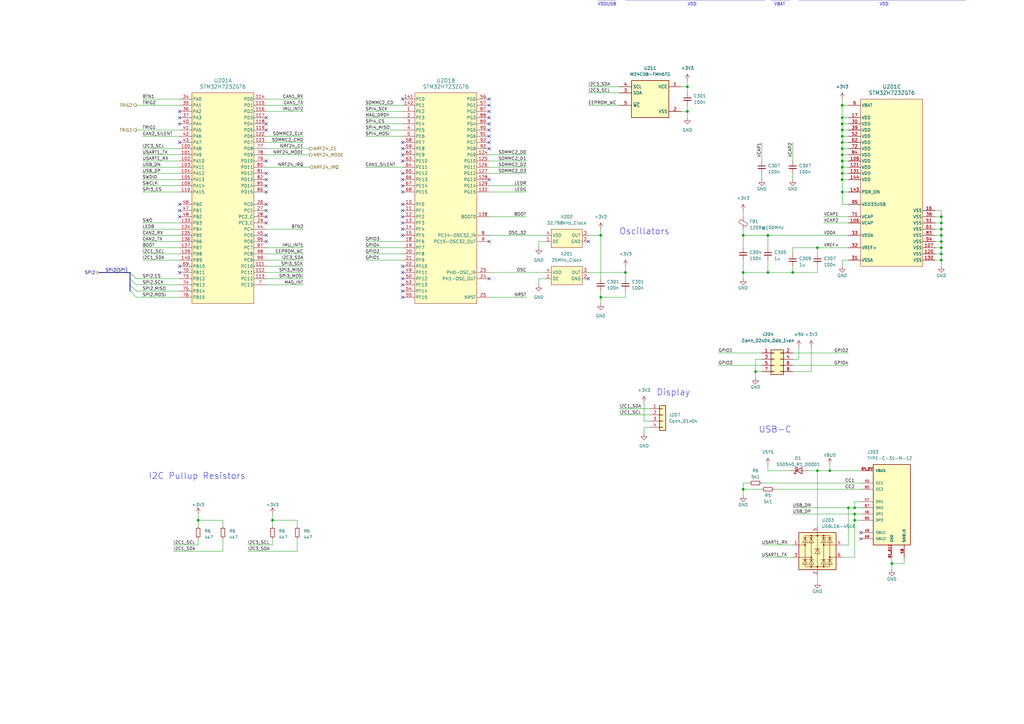
<source format=kicad_sch>
(kicad_sch (version 20230121) (generator eeschema)
  (paper "A3")
  (junction (at 104.14 -109.22))
  (junction (at 551.18 162.56))
  (junction (at 350.52 208.28))
  (junction (at -38.1 124.46))
  (junction (at 281.94 45.72))
  (junction (at -10.16 124.46))
  (junction (at 345.44 43.18))
  (junction (at 551.18 165.1))
  (junction (at 269.24 -20.32))
  (junction (at 104.14 -99.06))
  (junction (at 345.44 78.74))
  (junction (at 345.44 50.8))
  (junction (at 50.8 -109.22))
  (junction (at 162.56 -50.8))
  (junction (at 246.38 121.92))
  (junction (at -35.56 127))
  (junction (at 551.18 167.64))
  (junction (at -10.16 195.58))
  (junction (at 523.24 270.51))
  (junction (at 523.24 278.13))
  (junction (at 289.56 -20.32))
  (junction (at 345.44 66.04))
  (junction (at 299.72 -20.32))
  (junction (at 81.28 213.36))
  (junction (at 382.27 -10.16))
  (junction (at 345.44 48.26))
  (junction (at 386.08 88.9))
  (junction (at 386.08 101.6))
  (junction (at 314.96 111.76))
  (junction (at 351.79 -20.32))
  (junction (at 372.11 -20.32))
  (junction (at 345.44 53.34))
  (junction (at 335.28 193.04))
  (junction (at 345.44 73.66))
  (junction (at 325.12 111.76))
  (junction (at 111.76 213.36))
  (junction (at 304.8 200.66))
  (junction (at -35.56 157.48))
  (junction (at 48.26 -60.96))
  (junction (at 248.92 -10.16))
  (junction (at -10.16 193.04))
  (junction (at 281.94 35.56))
  (junction (at -35.56 121.92))
  (junction (at 289.56 -10.16))
  (junction (at 619.76 270.51))
  (junction (at -48.26 124.46))
  (junction (at 576.58 260.35))
  (junction (at 256.54 111.76))
  (junction (at 386.08 96.52))
  (junction (at 246.38 96.52))
  (junction (at 619.76 278.13))
  (junction (at 386.08 106.68))
  (junction (at 382.27 -20.32))
  (junction (at 50.8 -60.96))
  (junction (at 309.88 152.4))
  (junction (at 386.08 99.06))
  (junction (at 279.4 -20.32))
  (junction (at 350.52 213.36))
  (junction (at 309.88 -20.32))
  (junction (at 500.38 149.86))
  (junction (at 304.8 96.52))
  (junction (at 345.44 71.12))
  (junction (at 335.28 101.6))
  (junction (at 345.44 58.42))
  (junction (at -38.1 193.04))
  (junction (at 386.08 91.44))
  (junction (at 510.54 264.16))
  (junction (at -10.16 160.02))
  (junction (at -10.16 139.7))
  (junction (at 309.88 -10.16))
  (junction (at 351.79 -10.16))
  (junction (at 331.47 -20.32))
  (junction (at 331.47 -10.16))
  (junction (at 279.4 -10.16))
  (junction (at -10.16 157.48))
  (junction (at 341.63 -20.32))
  (junction (at 299.72 -10.16))
  (junction (at 48.26 -109.22))
  (junction (at 386.08 93.98))
  (junction (at 259.08 -10.16))
  (junction (at 304.8 111.76))
  (junction (at 345.44 68.58))
  (junction (at -10.16 175.26))
  (junction (at 510.54 287.02))
  (junction (at 104.14 -60.96))
  (junction (at -48.26 195.58))
  (junction (at 361.95 -20.32))
  (junction (at -10.16 177.8))
  (junction (at -35.56 139.7))
  (junction (at 361.95 -10.16))
  (junction (at 175.26 -50.8))
  (junction (at 314.96 96.52))
  (junction (at 248.92 -20.32))
  (junction (at 341.63 -10.16))
  (junction (at 345.44 60.96))
  (junction (at 340.36 193.04))
  (junction (at 347.98 208.28))
  (junction (at 269.24 -10.16))
  (junction (at 345.44 63.5))
  (junction (at 505.46 86.36))
  (junction (at -38.1 160.02))
  (junction (at 345.44 55.88))
  (junction (at 350.52 210.82))
  (junction (at 365.76 231.14))
  (junction (at -38.1 142.24))
  (junction (at 508 149.86))
  (junction (at 386.08 104.14))
  (junction (at -10.16 142.24))
  (junction (at 372.11 -10.16))
  (junction (at 106.68 -60.96))
  (junction (at 259.08 -20.32))
  (no_connect (at 165.1 96.52))
  (no_connect (at 165.1 76.2))
  (no_connect (at 20.32 -109.22))
  (no_connect (at 472.44 287.02))
  (no_connect (at 165.1 119.38))
  (no_connect (at 109.22 78.74))
  (no_connect (at 200.66 40.64))
  (no_connect (at 109.22 91.44))
  (no_connect (at 165.1 116.84))
  (no_connect (at 200.66 50.8))
  (no_connect (at 165.1 114.3))
  (no_connect (at 200.66 43.18))
  (no_connect (at 101.6 -106.68))
  (no_connect (at 73.66 50.8))
  (no_connect (at 165.1 40.64))
  (no_connect (at 165.1 73.66))
  (no_connect (at 45.72 -106.68))
  (no_connect (at 508 274.32))
  (no_connect (at 165.1 121.92))
  (no_connect (at 165.1 93.98))
  (no_connect (at 241.3 114.3))
  (no_connect (at 165.1 60.96))
  (no_connect (at 165.1 71.12))
  (no_connect (at 109.22 88.9))
  (no_connect (at 508 276.86))
  (no_connect (at 165.1 109.22))
  (no_connect (at 73.66 111.76))
  (no_connect (at 109.22 66.04))
  (no_connect (at 457.2 152.4))
  (no_connect (at 109.22 86.36))
  (no_connect (at 241.3 99.06))
  (no_connect (at 200.66 45.72))
  (no_connect (at 165.1 91.44))
  (no_connect (at 109.22 96.52))
  (no_connect (at 76.2 -60.96))
  (no_connect (at 165.1 86.36))
  (no_connect (at 73.66 48.26))
  (no_connect (at 109.22 99.06))
  (no_connect (at 109.22 76.2))
  (no_connect (at 472.44 284.48))
  (no_connect (at 165.1 58.42))
  (no_connect (at 200.66 58.42))
  (no_connect (at 200.66 55.88))
  (no_connect (at 45.72 -58.42))
  (no_connect (at 101.6 -58.42))
  (no_connect (at 200.66 73.66))
  (no_connect (at 109.22 83.82))
  (no_connect (at 76.2 -109.22))
  (no_connect (at 73.66 45.72))
  (no_connect (at 200.66 99.06))
  (no_connect (at 165.1 111.76))
  (no_connect (at 165.1 88.9))
  (no_connect (at 109.22 71.12))
  (no_connect (at 109.22 53.34))
  (no_connect (at 73.66 88.9))
  (no_connect (at 353.06 218.44))
  (no_connect (at 200.66 48.26))
  (no_connect (at 492.76 71.12))
  (no_connect (at 165.1 63.5))
  (no_connect (at 73.66 83.82))
  (no_connect (at 165.1 78.74))
  (no_connect (at 165.1 83.82))
  (no_connect (at 73.66 86.36))
  (no_connect (at 353.06 220.98))
  (no_connect (at 73.66 109.22))
  (no_connect (at 20.32 -60.96))
  (no_connect (at 109.22 50.8))
  (no_connect (at 200.66 114.3))
  (no_connect (at 73.66 58.42))
  (no_connect (at 109.22 48.26))
  (no_connect (at 165.1 66.04))
  (no_connect (at 200.66 53.34))
  (no_connect (at 200.66 60.96))
  (no_connect (at 109.22 73.66))
  (no_connect (at 492.76 66.04))
  (bus_entry (at 53.34 114.3) (size 2.54 2.54))
  (bus_entry (at 53.34 111.76) (size 2.54 2.54))
  (bus_entry (at 53.34 116.84) (size 2.54 2.54))
  (bus_entry (at 53.34 119.38) (size 2.54 2.54))
  (wire (pts (xy 320.04 -10.16) (xy 320.04 -12.7)))
  (wire (pts (xy 220.98 101.6) (xy 220.98 99.06)))
  (wire (pts (xy 256.54 119.38) (xy 256.54 121.92)))
  (wire (pts (xy 551.18 160.02) (xy 551.18 162.56)))
  (wire (pts (xy 345.44 50.8) (xy 347.98 50.8)))
  (polyline (pts (xy 252.73 -1.27) (xy 252.73 0)))
  (wire (pts (xy 149.86 53.34) (xy 165.1 53.34)))
  (wire (pts (xy 508 264.16) (xy 510.54 264.16)))
  (wire (pts (xy 73.66 -55.88) (xy 73.66 -58.42)))
  (wire (pts (xy -38.1 124.46) (xy -38.1 142.24)))
  (wire (pts (xy 304.8 203.2) (xy 304.8 200.66)))
  (wire (pts (xy 279.4 -20.32) (xy 289.56 -20.32)))
  (wire (pts (xy 372.11 -20.32) (xy 372.11 -17.78)))
  (wire (pts (xy 325.12 104.14) (xy 325.12 101.6)))
  (wire (pts (xy 351.79 -10.16) (xy 361.95 -10.16)))
  (wire (pts (xy 345.44 68.58) (xy 345.44 71.12)))
  (wire (pts (xy -91.44 187.96) (xy -91.44 193.04)))
  (wire (pts (xy -40.64 198.12) (xy -38.1 198.12)))
  (wire (pts (xy 48.26 -60.96) (xy 48.26 -58.42)))
  (wire (pts (xy 248.92 -10.16) (xy 248.92 -7.62)))
  (wire (pts (xy 386.08 96.52) (xy 386.08 99.06)))
  (wire (pts (xy 345.44 73.66) (xy 345.44 78.74)))
  (wire (pts (xy 279.4 -10.16) (xy 289.56 -10.16)))
  (wire (pts (xy 508 162.56) (xy 508 149.86)))
  (wire (pts (xy 91.44 215.9) (xy 91.44 213.36)))
  (wire (pts (xy 372.11 -20.32) (xy 382.27 -20.32)))
  (wire (pts (xy -35.56 121.92) (xy -35.56 127)))
  (wire (pts (xy 124.46 43.18) (xy 109.22 43.18)))
  (wire (pts (xy 58.42 76.2) (xy 73.66 76.2)))
  (wire (pts (xy 386.08 106.68) (xy 383.54 106.68)))
  (wire (pts (xy 304.8 93.98) (xy 304.8 96.52)))
  (wire (pts (xy 55.88 116.84) (xy 73.66 116.84)))
  (wire (pts (xy 462.28 60.96) (xy 462.28 68.58)))
  (wire (pts (xy 269.24 -10.16) (xy 269.24 -12.7)))
  (wire (pts (xy 309.88 152.4) (xy 312.42 152.4)))
  (wire (pts (xy -91.44 121.92) (xy -81.28 121.92)))
  (wire (pts (xy 361.95 -20.32) (xy 372.11 -20.32)))
  (wire (pts (xy 510.54 264.16) (xy 510.54 261.62)))
  (wire (pts (xy 556.26 170.18) (xy 556.26 167.64)))
  (wire (pts (xy 71.12 -111.76) (xy 71.12 -106.68)))
  (wire (pts (xy 350.52 210.82) (xy 350.52 213.36)))
  (wire (pts (xy 266.7 172.72) (xy 264.16 172.72)))
  (wire (pts (xy 309.88 154.94) (xy 309.88 152.4)))
  (wire (pts (xy 58.42 99.06) (xy 73.66 99.06)))
  (wire (pts (xy -48.26 195.58) (xy -33.02 195.58)))
  (wire (pts (xy -53.34 124.46) (xy -48.26 124.46)))
  (wire (pts (xy 304.8 198.12) (xy 304.8 200.66)))
  (wire (pts (xy 200.66 63.5) (xy 215.9 63.5)))
  (wire (pts (xy 121.92 215.9) (xy 121.92 213.36)))
  (wire (pts (xy 332.74 142.24) (xy 332.74 152.4)))
  (wire (pts (xy 345.44 53.34) (xy 345.44 55.88)))
  (wire (pts (xy 246.38 121.92) (xy 256.54 121.92)))
  (wire (pts (xy 510.54 287.02) (xy 510.54 284.48)))
  (wire (pts (xy 48.26 -101.6) (xy 48.26 -99.06)))
  (wire (pts (xy 162.56 -73.66) (xy 162.56 -66.04)))
  (wire (pts (xy 331.47 -10.16) (xy 341.63 -10.16)))
  (polyline (pts (xy 245.11 -1.27) (xy 245.11 0)))
  (wire (pts (xy 299.72 -10.16) (xy 309.88 -10.16)))
  (wire (pts (xy 335.28 238.76) (xy 335.28 236.22)))
  (wire (pts (xy 386.08 99.06) (xy 386.08 101.6)))
  (wire (pts (xy 441.96 170.18) (xy 457.2 170.18)))
  (polyline (pts (xy 316.23 -1.27) (xy 316.23 0)))
  (wire (pts (xy 331.47 -10.16) (xy 331.47 -12.7)))
  (wire (pts (xy -35.56 139.7) (xy -33.02 139.7)))
  (wire (pts (xy 459.74 276.86) (xy 472.44 276.86)))
  (wire (pts (xy 248.92 -20.32) (xy 259.08 -20.32)))
  (wire (pts (xy 149.86 50.8) (xy 165.1 50.8)))
  (wire (pts (xy 477.52 60.96) (xy 492.76 60.96)))
  (wire (pts (xy 325.12 208.28) (xy 347.98 208.28)))
  (wire (pts (xy 58.42 101.6) (xy 73.66 101.6)))
  (wire (pts (xy 320.04 -20.32) (xy 320.04 -17.78)))
  (wire (pts (xy 111.76 210.82) (xy 111.76 213.36)))
  (wire (pts (xy 340.36 193.04) (xy 353.06 193.04)))
  (wire (pts (xy 50.8 -63.5) (xy 50.8 -60.96)))
  (wire (pts (xy 149.86 104.14) (xy 165.1 104.14)))
  (wire (pts (xy 220.98 114.3) (xy 223.52 114.3)))
  (wire (pts (xy -10.16 195.58) (xy -10.16 198.12)))
  (wire (pts (xy 331.47 -20.32) (xy 331.47 -17.78)))
  (wire (pts (xy 58.42 40.64) (xy 73.66 40.64)))
  (wire (pts (xy 345.44 106.68) (xy 347.98 106.68)))
  (wire (pts (xy 345.44 43.18) (xy 345.44 48.26)))
  (wire (pts (xy 459.74 279.4) (xy 472.44 279.4)))
  (wire (pts (xy 162.56 -50.8) (xy 149.86 -50.8)))
  (wire (pts (xy -12.7 175.26) (xy -10.16 175.26)))
  (wire (pts (xy 241.3 38.1) (xy 254 38.1)))
  (wire (pts (xy -48.26 124.46) (xy -38.1 124.46)))
  (wire (pts (xy -10.16 121.92) (xy -10.16 124.46)))
  (wire (pts (xy 220.98 116.84) (xy 220.98 114.3)))
  (wire (pts (xy 109.22 63.5) (xy 127 63.5)))
  (wire (pts (xy -38.1 177.8) (xy -38.1 160.02)))
  (wire (pts (xy 551.18 165.1) (xy 551.18 167.64)))
  (wire (pts (xy 264.16 165.1) (xy 264.16 172.72)))
  (wire (pts (xy 325.12 71.12) (xy 325.12 73.66)))
  (wire (pts (xy -40.64 127) (xy -35.56 127)))
  (wire (pts (xy 497.84 172.72) (xy 515.62 172.72)))
  (wire (pts (xy 474.98 58.42) (xy 492.76 58.42)))
  (wire (pts (xy 50.8 -60.96) (xy 63.5 -60.96)))
  (wire (pts (xy 345.44 50.8) (xy 345.44 53.34)))
  (wire (pts (xy 304.8 200.66) (xy 312.42 200.66)))
  (wire (pts (xy 281.94 43.18) (xy 281.94 45.72)))
  (wire (pts (xy 248.92 -10.16) (xy 259.08 -10.16)))
  (wire (pts (xy 264.16 175.26) (xy 266.7 175.26)))
  (wire (pts (xy 523.24 271.78) (xy 523.24 270.51)))
  (wire (pts (xy 345.44 71.12) (xy 345.44 73.66)))
  (wire (pts (xy -12.7 124.46) (xy -10.16 124.46)))
  (wire (pts (xy 312.42 223.52) (xy 325.12 223.52)))
  (wire (pts (xy 58.42 66.04) (xy 73.66 66.04)))
  (wire (pts (xy 246.38 119.38) (xy 246.38 121.92)))
  (wire (pts (xy 81.28 213.36) (xy 81.28 215.9)))
  (wire (pts (xy 55.88 114.3) (xy 73.66 114.3)))
  (wire (pts (xy -45.72 127) (xy -48.26 127)))
  (wire (pts (xy 58.42 93.98) (xy 73.66 93.98)))
  (wire (pts (xy 101.6 223.52) (xy 111.76 223.52)))
  (wire (pts (xy 304.8 106.68) (xy 304.8 111.76)))
  (wire (pts (xy 386.08 101.6) (xy 386.08 104.14)))
  (bus (pts (xy 53.34 114.3) (xy 53.34 116.84)))
  (wire (pts (xy 345.44 66.04) (xy 345.44 68.58)))
  (wire (pts (xy 386.08 106.68) (xy 386.08 109.22)))
  (wire (pts (xy 551.18 162.56) (xy 551.18 165.1)))
  (wire (pts (xy 345.44 58.42) (xy 347.98 58.42)))
  (wire (pts (xy 58.42 78.74) (xy 73.66 78.74)))
  (wire (pts (xy 314.96 106.68) (xy 314.96 111.76)))
  (wire (pts (xy 162.56 -50.8) (xy 175.26 -50.8)))
  (wire (pts (xy 510.54 266.7) (xy 510.54 264.16)))
  (wire (pts (xy -91.44 198.12) (xy -81.28 198.12)))
  (wire (pts (xy -83.82 116.84) (xy -83.82 119.38)))
  (wire (pts (xy 50.8 -71.12) (xy 50.8 -68.58)))
  (wire (pts (xy 386.08 104.14) (xy 386.08 106.68)))
  (wire (pts (xy 50.8 -111.76) (xy 50.8 -109.22)))
  (wire (pts (xy 111.76 213.36) (xy 111.76 215.9)))
  (wire (pts (xy 259.08 -10.16) (xy 269.24 -10.16)))
  (wire (pts (xy 71.12 226.06) (xy 91.44 226.06)))
  (wire (pts (xy 449.58 63.5) (xy 449.58 76.2)))
  (wire (pts (xy 149.86 55.88) (xy 165.1 55.88)))
  (wire (pts (xy 246.38 93.98) (xy 246.38 96.52)))
  (wire (pts (xy 345.44 68.58) (xy 347.98 68.58)))
  (wire (pts (xy 576.58 261.62) (xy 576.58 260.35)))
  (wire (pts (xy 325.12 111.76) (xy 335.28 111.76)))
  (wire (pts (xy 314.96 96.52) (xy 314.96 101.6)))
  (wire (pts (xy 45.72 -60.96) (xy 48.26 -60.96)))
  (wire (pts (xy 331.47 -22.86) (xy 331.47 -20.32)))
  (wire (pts (xy 345.44 106.68) (xy 345.44 109.22)))
  (wire (pts (xy 259.08 -10.16) (xy 259.08 -12.7)))
  (wire (pts (xy 241.3 43.18) (xy 254 43.18)))
  (wire (pts (xy -12.7 121.92) (xy -10.16 121.92)))
  (wire (pts (xy 106.68 -63.5) (xy 106.68 -60.96)))
  (wire (pts (xy -45.72 198.12) (xy -48.26 198.12)))
  (wire (pts (xy 162.56 -53.34) (xy 162.56 -50.8)))
  (wire (pts (xy 345.44 60.96) (xy 347.98 60.96)))
  (wire (pts (xy 246.38 96.52) (xy 246.38 114.3)))
  (wire (pts (xy -10.16 160.02) (xy -10.16 175.26)))
  (wire (pts (xy 382.27 -20.32) (xy 382.27 -17.78)))
  (wire (pts (xy 347.98 208.28) (xy 350.52 208.28)))
  (wire (pts (xy 500.38 152.4) (xy 500.38 149.86)))
  (wire (pts (xy -38.1 119.38) (xy -53.34 119.38)))
  (wire (pts (xy 248.92 -10.16) (xy 248.92 -12.7)))
  (wire (pts (xy 351.79 -10.16) (xy 351.79 -12.7)))
  (wire (pts (xy 200.66 121.92) (xy 215.9 121.92)))
  (wire (pts (xy 309.88 -10.16) (xy 320.04 -10.16)))
  (wire (pts (xy 104.14 -99.06) (xy 104.14 -96.52)))
  (wire (pts (xy -38.1 160.02) (xy -33.02 160.02)))
  (wire (pts (xy 500.38 149.86) (xy 497.84 149.86)))
  (wire (pts (xy -10.16 157.48) (xy -10.16 160.02)))
  (wire (pts (xy 101.6 226.06) (xy 121.92 226.06)))
  (wire (pts (xy 289.56 -10.16) (xy 299.72 -10.16)))
  (wire (pts (xy 341.63 -10.16) (xy 351.79 -10.16)))
  (wire (pts (xy -53.34 190.5) (xy -38.1 190.5)))
  (wire (pts (xy 347.98 83.82) (xy 345.44 83.82)))
  (wire (pts (xy -12.7 195.58) (xy -10.16 195.58)))
  (wire (pts (xy 350.52 210.82) (xy 353.06 210.82)))
  (wire (pts (xy 345.44 71.12) (xy 347.98 71.12)))
  (wire (pts (xy 533.4 270.51) (xy 523.24 270.51)))
  (wire (pts (xy 477.52 185.42) (xy 477.52 182.88)))
  (wire (pts (xy 55.88 119.38) (xy 73.66 119.38)))
  (wire (pts (xy -35.56 157.48) (xy -33.02 157.48)))
  (wire (pts (xy 149.86 106.68) (xy 165.1 106.68)))
  (wire (pts (xy 505.46 86.36) (xy 508 86.36)))
  (wire (pts (xy 508 83.82) (xy 508 86.36)))
  (wire (pts (xy 361.95 -10.16) (xy 372.11 -10.16)))
  (wire (pts (xy 325.12 144.78) (xy 347.98 144.78)))
  (wire (pts (xy 551.18 165.1) (xy 548.64 165.1)))
  (wire (pts (xy -48.26 195.58) (xy -48.26 198.12)))
  (wire (pts (xy 91.44 220.98) (xy 91.44 226.06)))
  (wire (pts (xy 447.04 53.34) (xy 492.76 53.34)))
  (wire (pts (xy 289.56 -20.32) (xy 289.56 -17.78)))
  (wire (pts (xy 341.63 -20.32) (xy 341.63 -17.78)))
  (wire (pts (xy 327.66 147.32) (xy 325.12 147.32)))
  (wire (pts (xy 104.14 -109.22) (xy 114.3 -109.22)))
  (wire (pts (xy -83.82 119.38) (xy -81.28 119.38)))
  (wire (pts (xy -91.44 116.84) (xy -91.44 121.92)))
  (wire (pts (xy 361.95 -10.16) (xy 361.95 -12.7)))
  (wire (pts (xy -12.7 142.24) (xy -10.16 142.24)))
  (wire (pts (xy 382.27 -10.16) (xy 392.43 -10.16)))
  (wire (pts (xy -83.82 152.4) (xy -83.82 154.94)))
  (wire (pts (xy 345.44 48.26) (xy 345.44 50.8)))
  (wire (pts (xy 259.08 -20.32) (xy 259.08 -17.78)))
  (wire (pts (xy 459.74 264.16) (xy 472.44 264.16)))
  (wire (pts (xy -38.1 160.02) (xy -38.1 142.24)))
  (wire (pts (xy 508 147.32) (xy 508 149.86)))
  (wire (pts (xy -38.1 193.04) (xy -38.1 198.12)))
  (wire (pts (xy -12.7 139.7) (xy -10.16 139.7)))
  (wire (pts (xy 246.38 96.52) (xy 241.3 96.52)))
  (wire (pts (xy 104.14 -101.6) (xy 104.14 -99.06)))
  (wire (pts (xy 386.08 86.36) (xy 383.54 86.36)))
  (wire (pts (xy 81.28 210.82) (xy 81.28 213.36)))
  (wire (pts (xy 386.08 88.9) (xy 383.54 88.9)))
  (wire (pts (xy 50.8 -109.22) (xy 63.5 -109.22)))
  (polyline (pts (xy 256.54 -1.27) (xy 256.54 0)))
  (wire (pts (xy 508 266.7) (xy 510.54 266.7)))
  (wire (pts (xy 551.18 167.64) (xy 548.64 167.64)))
  (wire (pts (xy 474.98 76.2) (xy 472.44 76.2)))
  (wire (pts (xy 441.96 154.94) (xy 457.2 154.94)))
  (wire (pts (xy 370.84 228.6) (xy 370.84 231.14)))
  (wire (pts (xy 579.12 261.62) (xy 579.12 260.35)))
  (wire (pts (xy 17.78 -106.68) (xy 20.32 -106.68)))
  (wire (pts (xy -53.34 198.12) (xy -50.8 198.12)))
  (wire (pts (xy 382.27 -20.32) (xy 392.43 -20.32)))
  (wire (pts (xy 264.16 177.8) (xy 264.16 175.26)))
  (wire (pts (xy 312.42 198.12) (xy 353.06 198.12)))
  (wire (pts (xy 345.44 223.52) (xy 347.98 223.52)))
  (wire (pts (xy 551.18 170.18) (xy 551.18 167.64)))
  (wire (pts (xy 345.44 78.74) (xy 345.44 83.82)))
  (wire (pts (xy 200.66 76.2) (xy 215.9 76.2)))
  (wire (pts (xy 109.22 104.14) (xy 124.46 104.14)))
  (wire (pts (xy 372.11 -10.16) (xy 382.27 -10.16)))
  (wire (pts (xy 629.92 276.86) (xy 629.92 278.13)))
  (wire (pts (xy 309.88 -10.16) (xy 309.88 -12.7)))
  (wire (pts (xy 279.4 -10.16) (xy 279.4 -12.7)))
  (wire (pts (xy -91.44 195.58) (xy -81.28 195.58)))
  (wire (pts (xy 104.14 -99.06) (xy 114.3 -99.06)))
  (wire (pts (xy 497.84 170.18) (xy 515.62 170.18)))
  (wire (pts (xy 351.79 -20.32) (xy 361.95 -20.32)))
  (wire (pts (xy 58.42 63.5) (xy 73.66 63.5)))
  (wire (pts (xy 279.4 -20.32) (xy 279.4 -17.78)))
  (wire (pts (xy 347.98 223.52) (xy 347.98 208.28)))
  (wire (pts (xy 472.44 81.28) (xy 477.52 81.28)))
  (wire (pts (xy 200.66 111.76) (xy 223.52 111.76)))
  (wire (pts (xy 556.26 160.02) (xy 556.26 162.56)))
  (wire (pts (xy 392.43 -10.16) (xy 392.43 -12.7)))
  (wire (pts (xy 441.96 157.48) (xy 457.2 157.48)))
  (wire (pts (xy 109.22 116.84) (xy 124.46 116.84)))
  (wire (pts (xy 601.98 271.78) (xy 589.28 271.78)))
  (wire (pts (xy 335.28 101.6) (xy 347.98 101.6)))
  (wire (pts (xy 386.08 91.44) (xy 386.08 93.98)))
  (wire (pts (xy 175.26 -60.96) (xy 175.26 -58.42)))
  (wire (pts (xy 447.04 81.28) (xy 447.04 53.34)))
  (polyline (pts (xy 245.11 0) (xy 252.73 0)))
  (wire (pts (xy 109.22 58.42) (xy 124.46 58.42)))
  (wire (pts (xy 101.6 -109.22) (xy 104.14 -109.22)))
  (wire (pts (xy 523.24 278.13) (xy 523.24 276.86)))
  (wire (pts (xy 17.78 -104.14) (xy 17.78 -106.68)))
  (wire (pts (xy 124.46 114.3) (xy 109.22 114.3)))
  (wire (pts (xy 124.46 55.88) (xy 109.22 55.88)))
  (wire (pts (xy 386.08 93.98) (xy 383.54 93.98)))
  (wire (pts (xy 48.26 -53.34) (xy 48.26 -50.8)))
  (wire (pts (xy 114.3 -101.6) (xy 114.3 -99.06)))
  (wire (pts (xy -35.56 157.48) (xy -35.56 175.26)))
  (wire (pts (xy 241.3 35.56) (xy 254 35.56)))
  (wire (pts (xy 121.92 220.98) (xy 121.92 226.06)))
  (wire (pts (xy -63.5 160.02) (xy -63.5 162.56)))
  (polyline (pts (xy 313.69 -1.27) (xy 313.69 0)))
  (wire (pts (xy 149.86 -50.8) (xy 149.86 -53.34)))
  (wire (pts (xy 505.46 83.82) (xy 505.46 86.36)))
  (wire (pts (xy 111.76 213.36) (xy 121.92 213.36)))
  (wire (pts (xy 58.42 55.88) (xy 73.66 55.88)))
  (wire (pts (xy 551.18 162.56) (xy 548.64 162.56)))
  (wire (pts (xy 441.96 160.02) (xy 457.2 160.02)))
  (wire (pts (xy 241.3 111.76) (xy 256.54 111.76)))
  (wire (pts (xy 254 170.18) (xy 266.7 170.18)))
  (wire (pts (xy 149.86 -60.96) (xy 149.86 -58.42)))
  (wire (pts (xy 256.54 109.22) (xy 256.54 111.76)))
  (wire (pts (xy 350.52 208.28) (xy 350.52 205.74)))
  (wire (pts (xy 382.27 -10.16) (xy 382.27 -12.7)))
  (wire (pts (xy -73.66 160.02) (xy -73.66 162.56)))
  (wire (pts (xy -53.34 152.4) (xy -53.34 154.94)))
  (wire (pts (xy 281.94 45.72) (xy 281.94 48.26)))
  (wire (pts (xy 175.26 -50.8) (xy 175.26 -48.26)))
  (wire (pts (xy 200.66 88.9) (xy 215.9 88.9)))
  (wire (pts (xy 515.62 162.56) (xy 508 162.56)))
  (wire (pts (xy 58.42 73.66) (xy 73.66 73.66)))
  (wire (pts (xy 579.12 260.35) (xy 576.58 260.35)))
  (wire (pts (xy -10.16 193.04) (xy -10.16 195.58)))
  (wire (pts (xy 576.58 289.56) (xy 576.58 287.02)))
  (wire (pts (xy 325.12 149.86) (xy 347.98 149.86)))
  (polyline (pts (xy 323.85 -1.27) (xy 323.85 0)))
  (wire (pts (xy 200.66 96.52) (xy 223.52 96.52)))
  (wire (pts (xy 345.44 55.88) (xy 345.44 58.42)))
  (wire (pts (xy 619.76 270.51) (xy 619.76 269.24)))
  (wire (pts (xy 289.56 -10.16) (xy 289.56 -12.7)))
  (wire (pts (xy 345.44 78.74) (xy 347.98 78.74)))
  (wire (pts (xy 350.52 208.28) (xy 353.06 208.28)))
  (wire (pts (xy 200.66 78.74) (xy 215.9 78.74)))
  (wire (pts (xy 111.76 220.98) (xy 111.76 223.52)))
  (wire (pts (xy 109.22 60.96) (xy 127 60.96)))
  (wire (pts (xy 629.92 278.13) (xy 619.76 278.13)))
  (wire (pts (xy 259.08 -20.32) (xy 269.24 -20.32)))
  (wire (pts (xy 345.44 60.96) (xy 345.44 63.5)))
  (wire (pts (xy 312.42 71.12) (xy 312.42 73.66)))
  (wire (pts (xy 149.86 43.18) (xy 165.1 43.18)))
  (wire (pts (xy -35.56 127) (xy -35.56 139.7)))
  (wire (pts (xy 551.18 276.86) (xy 563.88 276.86)))
  (wire (pts (xy 124.46 109.22) (xy 109.22 109.22)))
  (wire (pts (xy 350.52 213.36) (xy 353.06 213.36)))
  (wire (pts (xy 104.14 -60.96) (xy 104.14 -58.42)))
  (wire (pts (xy 124.46 111.76) (xy 109.22 111.76)))
  (wire (pts (xy 365.76 228.6) (xy 365.76 231.14)))
  (wire (pts (xy 149.86 68.58) (xy 165.1 68.58)))
  (wire (pts (xy 500.38 149.86) (xy 508 149.86)))
  (wire (pts (xy -53.34 121.92) (xy -35.56 121.92)))
  (wire (pts (xy 510.54 289.56) (xy 510.54 287.02)))
  (wire (pts (xy 386.08 99.06) (xy 383.54 99.06)))
  (wire (pts (xy 114.3 -109.22) (xy 114.3 -106.68)))
  (wire (pts (xy 497.84 152.4) (xy 500.38 152.4)))
  (wire (pts (xy 327.66 142.24) (xy 327.66 147.32)))
  (wire (pts (xy 58.42 71.12) (xy 73.66 71.12)))
  (wire (pts (xy -50.8 127) (xy -50.8 129.54)))
  (wire (pts (xy 345.44 58.42) (xy 345.44 60.96)))
  (wire (pts (xy 361.95 -20.32) (xy 361.95 -17.78)))
  (wire (pts (xy 462.28 88.9) (xy 462.28 91.44)))
  (wire (pts (xy 601.98 269.24) (xy 589.28 269.24)))
  (wire (pts (xy 386.08 96.52) (xy 383.54 96.52)))
  (wire (pts (xy 109.22 68.58) (xy 127 68.58)))
  (wire (pts (xy -53.34 193.04) (xy -38.1 193.04)))
  (wire (pts (xy 452.12 81.28) (xy 447.04 81.28)))
  (wire (pts (xy 513.08 167.64) (xy 515.62 167.64)))
  (wire (pts (xy 386.08 104.14) (xy 383.54 104.14)))
  (wire (pts (xy 312.42 228.6) (xy 325.12 228.6)))
  (wire (pts (xy 340.36 190.5) (xy 340.36 193.04)))
  (wire (pts (xy 350.52 228.6) (xy 350.52 213.36)))
  (wire (pts (xy 505.46 86.36) (xy 505.46 88.9)))
  (wire (pts (xy 109.22 106.68) (xy 124.46 106.68)))
  (wire (pts (xy -12.7 177.8) (xy -10.16 177.8)))
  (wire (pts (xy 386.08 93.98) (xy 386.08 96.52)))
  (wire (pts (xy 515.62 160.02) (xy 497.84 160.02)))
  (wire (pts (xy 312.42 58.42) (xy 312.42 66.04)))
  (wire (pts (xy 149.86 -73.66) (xy 149.86 -66.04)))
  (wire (pts (xy 345.44 63.5) (xy 347.98 63.5)))
  (wire (pts (xy 345.44 63.5) (xy 345.44 66.04)))
  (wire (pts (xy 50.8 -119.38) (xy 50.8 -116.84)))
  (wire (pts (xy 314.96 193.04) (xy 314.96 190.5)))
  (wire (pts (xy 223.52 99.06) (xy 220.98 99.06)))
  (wire (pts (xy -91.44 124.46) (xy -81.28 124.46)))
  (wire (pts (xy 109.22 40.64) (xy 124.46 40.64)))
  (wire (pts (xy 73.66 -58.42) (xy 76.2 -58.42)))
  (wire (pts (xy 350.52 205.74) (xy 353.06 205.74)))
  (wire (pts (xy 337.82 91.44) (xy 347.98 91.44)))
  (wire (pts (xy 335.28 109.22) (xy 335.28 111.76)))
  (wire (pts (xy 345.44 48.26) (xy 347.98 48.26)))
  (wire (pts (xy 55.88 43.18) (xy 73.66 43.18)))
  (wire (pts (xy 325.12 58.42) (xy 325.12 66.04)))
  (wire (pts (xy 104.14 -53.34) (xy 104.14 -50.8)))
  (wire (pts (xy 619.76 279.4) (xy 619.76 278.13)))
  (wire (pts (xy 106.68 -71.12) (xy 106.68 -68.58)))
  (wire (pts (xy 200.66 68.58) (xy 215.9 68.58)))
  (wire (pts (xy 175.26 -73.66) (xy 175.26 -66.04)))
  (wire (pts (xy -38.1 124.46) (xy -33.02 124.46)))
  (wire (pts (xy 81.28 220.98) (xy 81.28 223.52)))
  (wire (pts (xy 256.54 111.76) (xy 256.54 114.3)))
  (wire (pts (xy 351.79 -20.32) (xy 351.79 -17.78)))
  (wire (pts (xy 175.26 -53.34) (xy 175.26 -50.8)))
  (wire (pts (xy 304.8 96.52) (xy 304.8 101.6)))
  (wire (pts (xy 345.44 55.88) (xy 347.98 55.88)))
  (wire (pts (xy 345.44 40.64) (xy 345.44 43.18)))
  (wire (pts (xy 551.18 274.32) (xy 563.88 274.32)))
  (wire (pts (xy 281.94 38.1) (xy 281.94 35.56)))
  (wire (pts (xy 48.26 -60.96) (xy 50.8 -60.96)))
  (wire (pts (xy 17.78 -58.42) (xy 20.32 -58.42)))
  (wire (pts (xy 477.52 81.28) (xy 477.52 60.96)))
  (wire (pts (xy -73.66 152.4) (xy -73.66 154.94)))
  (wire (pts (xy 279.4 45.72) (xy 281.94 45.72)))
  (wire (pts (xy 162.56 -60.96) (xy 162.56 -58.42)))
  (wire (pts (xy 576.58 260.35) (xy 576.58 259.08)))
  (wire (pts (xy 386.08 88.9) (xy 386.08 91.44)))
  (wire (pts (xy -33.02 177.8) (xy -38.1 177.8)))
  (wire (pts (xy -12.7 193.04) (xy -10.16 193.04)))
  (wire (pts (xy 248.92 -20.32) (xy 248.92 -17.78)))
  (wire (pts (xy 325.12 101.6) (xy 335.28 101.6)))
  (wire (pts (xy 337.82 88.9) (xy 347.98 88.9)))
  (wire (pts (xy 309.88 -20.32) (xy 320.04 -20.32)))
  (bus (pts (xy 53.34 116.84) (xy 53.34 119.38)))
  (wire (pts (xy 386.08 86.36) (xy 386.08 88.9)))
  (wire (pts (xy 335.28 193.04) (xy 335.28 215.9)))
  (wire (pts (xy 109.22 101.6) (xy 124.46 101.6)))
  (wire (pts (xy 515.62 157.48) (xy 497.84 157.48)))
  (wire (pts (xy 331.47 193.04) (xy 335.28 193.04)))
  (wire (pts (xy -53.34 127) (xy -50.8 127)))
  (wire (pts (xy 332.74 152.4) (xy 325.12 152.4)))
  (wire (pts (xy 55.88 53.34) (xy 73.66 53.34)))
  (wire (pts (xy 335.28 193.04) (xy 340.36 193.04)))
  (wire (pts (xy 533.4 276.86) (xy 533.4 278.13)))
  (wire (pts (xy 331.47 -20.32) (xy 341.63 -20.32)))
  (wire (pts (xy 200.66 71.12) (xy 215.9 71.12)))
  (wire (pts (xy 254 167.64) (xy 266.7 167.64)))
  (wire (pts (xy 269.24 -10.16) (xy 279.4 -10.16)))
  (wire (pts (xy 200.66 66.04) (xy 215.9 66.04)))
  (wire (pts (xy 523.24 270.51) (xy 523.24 269.24)))
  (wire (pts (xy -91.44 193.04) (xy -81.28 193.04)))
  (polyline (pts (xy 327.66 0) (xy 396.24 0)))
  (wire (pts (xy 372.11 -10.16) (xy 372.11 -12.7)))
  (polyline (pts (xy 327.66 -1.27) (xy 327.66 0)))
  (wire (pts (xy 109.22 93.98) (xy 124.46 93.98)))
  (wire (pts (xy 109.22 45.72) (xy 124.46 45.72)))
  (wire (pts (xy 508 287.02) (xy 510.54 287.02)))
  (wire (pts (xy -83.82 187.96) (xy -83.82 190.5)))
  (wire (pts (xy 474.98 58.42) (xy 474.98 76.2)))
  (wire (pts (xy 365.76 231.14) (xy 370.84 231.14)))
  (bus (pts (xy 53.34 111.76) (xy 53.34 114.3)))
  (wire (pts (xy -38.1 142.24) (xy -33.02 142.24)))
  (wire (pts (xy -10.16 175.26) (xy -10.16 177.8)))
  (bus (pts (xy 40.64 111.76) (xy 53.34 111.76)))
  (wire (pts (xy 386.08 101.6) (xy 383.54 101.6)))
  (wire (pts (xy 45.72 -109.22) (xy 48.26 -109.22)))
  (wire (pts (xy -35.56 139.7) (xy -35.56 157.48)))
  (wire (pts (xy 480.06 78.74) (xy 492.76 78.74)))
  (wire (pts (xy -10.16 139.7) (xy -10.16 142.24)))
  (wire (pts (xy 551.18 271.78) (xy 563.88 271.78)))
  (wire (pts (xy 441.96 165.1) (xy 457.2 165.1)))
  (wire (pts (xy 309.88 147.32) (xy 309.88 152.4)))
  (wire (pts (xy 341.63 -10.16) (xy 341.63 -12.7)))
  (wire (pts (xy -10.16 177.8) (xy -10.16 193.04)))
  (wire (pts (xy 246.38 124.46) (xy 246.38 121.92)))
  (wire (pts (xy 449.58 63.5) (xy 492.76 63.5)))
  (wire (pts (xy 345.44 66.04) (xy 347.98 66.04)))
  (wire (pts (xy 289.56 -20.32) (xy 299.72 -20.32)))
  (wire (pts (xy 345.44 228.6) (xy 350.52 228.6)))
  (wire (pts (xy 591.82 276.86) (xy 589.28 276.86)))
  (wire (pts (xy 459.74 269.24) (xy 472.44 269.24)))
  (wire (pts (xy 480.06 76.2) (xy 492.76 76.2)))
  (wire (pts (xy 58.42 68.58) (xy 73.66 68.58)))
  (wire (pts (xy -53.34 160.02) (xy -53.34 162.56)))
  (wire (pts (xy -50.8 198.12) (xy -50.8 200.66)))
  (wire (pts (xy 347.98 43.18) (xy 345.44 43.18)))
  (wire (pts (xy 510.54 284.48) (xy 508 284.48)))
  (wire (pts (xy 505.46 45.72) (xy 505.46 48.26)))
  (wire (pts (xy 309.88 -20.32) (xy 309.88 -17.78)))
  (wire (pts (xy 48.26 -109.22) (xy 50.8 -109.22)))
  (wire (pts (xy 248.92 -22.86) (xy 248.92 -20.32)))
  (wire (pts (xy 513.08 177.8) (xy 513.08 167.64)))
  (wire (pts (xy 452.12 76.2) (xy 449.58 76.2)))
  (wire (pts (xy -48.26 124.46) (xy -48.26 127)))
  (wire (pts (xy 459.74 271.78) (xy 472.44 271.78)))
  (wire (pts (xy 269.24 -20.32) (xy 279.4 -20.32)))
  (wire (pts (xy -10.16 124.46) (xy -10.16 139.7)))
  (polyline (pts (xy 316.23 0) (xy 323.85 0)))
  (wire (pts (xy 323.85 193.04) (xy 314.96 193.04)))
  (wire (pts (xy 533.4 278.13) (xy 523.24 278.13)))
  (wire (pts (xy 314.96 96.52) (xy 347.98 96.52)))
  (wire (pts (xy 441.96 172.72) (xy 457.2 172.72)))
  (wire (pts (xy 48.26 -109.22) (xy 48.26 -106.68)))
  (wire (pts (xy 304.8 86.36) (xy 304.8 88.9)))
  (wire (pts (xy -91.44 127) (xy -81.28 127)))
  (wire (pts (xy 294.64 144.78) (xy 312.42 144.78)))
  (wire (pts (xy 281.94 33.02) (xy 281.94 35.56)))
  (wire (pts (xy 279.4 35.56) (xy 281.94 35.56)))
  (wire (pts (xy 515.62 154.94) (xy 497.84 154.94)))
  (wire (pts (xy 106.68 -60.96) (xy 119.38 -60.96)))
  (wire (pts (xy 619.76 271.78) (xy 619.76 270.51)))
  (wire (pts (xy -83.82 190.5) (xy -81.28 190.5)))
  (wire (pts (xy 307.34 198.12) (xy 304.8 198.12)))
  (wire (pts (xy 309.88 147.32) (xy 312.42 147.32)))
  (wire (pts (xy 304.8 111.76) (xy 304.8 114.3)))
  (wire (pts (xy 335.28 104.14) (xy 335.28 101.6)))
  (wire (pts (xy -35.56 121.92) (xy -33.02 121.92)))
  (wire (pts (xy 345.44 73.66) (xy 347.98 73.66)))
  (wire (pts (xy 314.96 111.76) (xy 325.12 111.76)))
  (wire (pts (xy -12.7 157.48) (xy -10.16 157.48)))
  (wire (pts (xy 317.5 200.66) (xy 353.06 200.66)))
  (wire (pts (xy -63.5 152.4) (xy -63.5 154.94)))
  (wire (pts (xy 533.4 271.78) (xy 533.4 270.51)))
  (wire (pts (xy 104.14 -60.96) (xy 106.68 -60.96)))
  (wire (pts (xy 619.76 278.13) (xy 619.76 276.86)))
  (wire (pts (xy 299.72 -20.32) (xy 299.72 -17.78)))
  (wire (pts (xy 304.8 96.52) (xy 314.96 96.52)))
  (wire (pts (xy 104.14 -109.22) (xy 104.14 -106.68)))
  (wire (pts (xy 58.42 106.68) (xy 73.66 106.68)))
  (wire (pts (xy 325.12 109.22) (xy 325.12 111.76)))
  (polyline (pts (xy 396.24 -1.27) (xy 396.24 0)))
  (wire (pts (xy 58.42 91.44) (xy 73.66 91.44)))
  (wire (pts (xy 325.12 210.82) (xy 350.52 210.82)))
  (wire (pts (xy 58.42 60.96) (xy 73.66 60.96)))
  (wire (pts (xy 497.84 175.26) (xy 515.62 175.26)))
  (wire (pts (xy 386.08 91.44) (xy 383.54 91.44)))
  (wire (pts (xy 551.18 269.24) (xy 563.88 269.24)))
  (wire (pts (xy 341.63 -20.32) (xy 351.79 -20.32)))
  (wire (pts (xy 149.86 48.26) (xy 165.1 48.26)))
  (wire (pts (xy -53.34 195.58) (xy -48.26 195.58)))
  (wire (pts (xy 149.86 45.72) (xy 165.1 45.72)))
  (wire (pts (xy 101.6 -60.96) (xy 104.14 -60.96)))
  (wire (pts (xy 58.42 96.52) (xy 73.66 96.52)))
  (wire (pts (xy 591.82 287.02) (xy 591.82 284.48)))
  (wire (pts (xy 551.18 160.02) (xy 548.64 160.02)))
  (wire (pts (xy 58.42 104.14) (xy 73.66 104.14)))
  (wire (pts (xy 331.47 -10.16) (xy 331.47 -7.62)))
  (wire (pts (xy 629.92 270.51) (xy 619.76 270.51)))
  (wire (pts (xy 392.43 -20.32) (xy 392.43 -17.78)))
  (wire (pts (xy 299.72 -10.16) (xy 299.72 -12.7)))
  (wire (pts (xy 294.64 149.86) (xy 312.42 149.86)))
  (wire (pts (xy 629.92 271.78) (xy 629.92 270.51)))
  (wire (pts (xy 497.84 165.1) (xy 515.62 165.1)))
  (wire (pts (xy -12.7 160.02) (xy -10.16 160.02)))
  (wire (pts (xy 17.78 -55.88) (xy 17.78 -58.42)))
  (wire (pts (xy 71.12 223.52) (xy 81.28 223.52)))
  (wire (pts (xy 81.28 213.36) (xy 91.44 213.36)))
  (wire (pts (xy 523.24 279.4) (xy 523.24 278.13)))
  (wire (pts (xy -35.56 175.26) (xy -33.02 175.26)))
  (wire (pts (xy 299.72 -20.32) (xy 309.88 -20.32)))
  (wire (pts (xy 149.86 99.06) (xy 165.1 99.06)))
  (wire (pts (xy 71.12 -106.68) (xy 76.2 -106.68)))
  (wire (pts (xy -38.1 193.04) (xy -33.02 193.04)))
  (wire (pts (xy 459.74 266.7) (xy 472.44 266.7)))
  (wire (pts (xy 365.76 231.14) (xy 365.76 233.68)))
  (wire (pts (xy 345.44 53.34) (xy 347.98 53.34)))
  (wire (pts (xy -10.16 142.24) (xy -10.16 157.48)))
  (polyline (pts (xy 256.54 0) (xy 313.69 0)))
  (wire (pts (xy 55.88 121.92) (xy 73.66 121.92)))
  (wire (pts (xy 149.86 101.6) (xy 165.1 101.6)))
  (wire (pts (xy -83.82 160.02) (xy -83.82 162.56)))
  (wire (pts (xy 269.24 -20.32) (xy 269.24 -17.78)))
  (wire (pts (xy 591.82 279.4) (xy 591.82 276.86)))
  (wire (pts (xy 304.8 111.76) (xy 314.96 111.76)))
  (text "USB-C" (at 311.15 177.8 0) (effects (font (size 2.54 2.54)) (justify left bottom)))
  (text "Oscillators" (at 254 96.52 0) (effects (font (size 2.54 2.54)) (justify left bottom)))
  (text "CAN Transceivers" (at -130.81 104.14 0) (effects (font (size 2.54 2.54)) (justify left bottom)))
  (text "VDD" (at 281.94 2.54 0) (effects (font (size 1.27 1.27)) (justify left bottom)))
  (text "Micro SD Card Slot" (at 435.61 134.62 0) (effects (font (size 2.54 2.54)) (justify left bottom)))
  (text "VBAT" (at 317.5 2.54 0) (effects (font (size 1.27 1.27)) (justify left bottom)))
  (text "VDDUSB" (at 245.11 2.54 0) (effects (font (size 1.27 1.27)) (justify left bottom)))
  (text "Debug" (at 477.52 43.18 0) (effects (font (size 2.54 2.54)) (justify left bottom)))
  (text "IMU + Magnetometer" (at 459.74 248.92 0) (effects (font (size 2.54 2.54)) (justify left bottom)))
  (text "Buttons" (at 10.16 -127 0) (effects (font (size 2.54 2.54)) (justify left bottom)))
  (text "User LEDs" (at 143.51 -83.82 0) (effects (font (size 2.54 2.54)) (justify left bottom)))
  (text "I2C Pullup Resistors" (at 60.96 196.85 0) (effects (font (size 2.54 2.54)) (justify left bottom)))
  (text "Decoupling Capacitors" (at 241.3 -33.02 0) (effects (font (size 2.54 2.54)) (justify left bottom)))
  (text "Pull \"S\" pin low for\nnormal operation" (at -62.23 111.76 0) (effects (font (size 1.27 1.27)) (justify left bottom)))
  (text "Display" (at 269.24 162.56 0) (effects (font (size 2.54 2.54)) (justify left bottom)))
  (text "VDD" (at 360.68 2.54 0) (effects (font (size 1.27 1.27)) (justify left bottom)))
  (label "CAN1_TX" (at -91.44 124.46 0))
  (label "EEPROM_WC" (at 124.46 104.14 180))
  (label "DAT3" (at 500.38 157.48 0))
  (label "USART1_RX" (at 480.06 76.2 0))
  (label "SPI4_MOSI" (at 149.86 55.88 0))
  (label "DAT0" (at 500.38 170.18 0))
  (label "GPIO2" (at 347.98 144.78 180))
  (label "SDMMC2_D3" (at 215.9 71.12 180))
  (label "SWCLK" (at 58.42 76.2 0))
  (label "I2C3_SDA" (at 241.3 35.56 0))
  (label "LEDG" (at 162.56 -73.66 270))
  (label "MAG_INT" (at 124.46 116.84 180))
  (label "SPI2{SPI}" (at 43.18 111.76 0))
  (label "SWO" (at 480.06 63.5 0))
  (label "VCAP2" (at 325.12 58.42 270))
  (label "SPI3_MISO" (at 459.74 264.16 0))
  (label "MAG_C1" (at 590.55 276.86 0))
  (label "NRST" (at 215.9 121.92 180))
  (label "VCAP2" (at 337.82 91.44 0))
  (label "EEPROM_WC" (at 241.3 43.18 0))
  (label "DAT1" (at 500.38 172.72 0))
  (label "GPIO3" (at 294.64 149.86 0))
  (label "SWO" (at 58.42 91.44 0))
  (label "USART1_TX" (at 58.42 63.5 0))
  (label "CAN1_RX" (at 124.46 40.64 180))
  (label "TRIG2" (at 58.42 43.18 0))
  (label "LEDR" (at 215.9 76.2 180))
  (label "CAN1_SILENT" (at 149.86 68.58 0))
  (label "BTN2" (at 119.38 -60.96 180))
  (label "SPI2.MISO" (at 58.42 119.38 0))
  (label "I2C3_SDA" (at 124.46 106.68 180))
  (label "SPI3_CS" (at 58.42 78.74 0))
  (label "GPIO2" (at 149.86 104.14 0))
  (label "SPI4_SCK" (at 551.18 271.78 0))
  (label "SWCLK" (at 480.06 58.42 0))
  (label "NRST" (at 480.06 53.34 0))
  (label "LEDR" (at 149.86 -73.66 270))
  (label "BTN2" (at 124.46 93.98 180))
  (label "SDMMC2_CMD" (at 441.96 160.02 0))
  (label "I2C1_SCL" (at 254 170.18 0))
  (label "BTN1" (at 58.42 40.64 0))
  (label "SDMMC2_CLK" (at 124.46 55.88 180))
  (label "SPI2.MOSI" (at 58.42 121.92 0))
  (label "GPIO4" (at 347.98 149.86 180))
  (label "CAN1_H" (at -50.8 121.92 0))
  (label "CAN1_RX" (at -91.44 127 0))
  (label "SPI4_MISO" (at 551.18 276.86 0))
  (label "BOOT" (at 58.42 101.6 0))
  (label "CAN2_RX" (at -91.44 198.12 0))
  (label "CAN2_L" (at -50.8 195.58 0))
  (label "CLK" (at 500.38 165.1 0))
  (label "NRF24_IRQ" (at 124.46 68.58 180))
  (label "I2C1_SDA" (at 71.12 226.06 0))
  (label "SPI4_SCK" (at 149.86 45.72 0))
  (label "SPI3_SCK" (at 459.74 269.24 0))
  (label "SPI3_MOSI" (at 124.46 114.3 180))
  (label "MAG_DRDY" (at 601.98 269.24 180))
  (label "GPIO4" (at 149.86 101.6 0))
  (label "USB_DP" (at 325.12 210.82 0))
  (label "USB_DP" (at 58.42 71.12 0))
  (label "CAN1_TX" (at 124.46 43.18 180))
  (label "SPI3_MISO" (at 124.46 111.76 180))
  (label "SDMMC2_CD" (at 500.38 175.26 0))
  (label "CAN1_SILENT" (at -38.1 119.38 180))
  (label "MAG_DRDY" (at 149.86 48.26 0))
  (label "VREF+" (at 337.82 101.6 0))
  (label "VCAP1" (at 337.82 88.9 0))
  (label "USB_DN" (at 325.12 208.28 0))
  (label "IMU_INT2" (at 124.46 45.72 180))
  (label "LEDB" (at 58.42 93.98 0))
  (label "CAN2_H" (at -50.8 193.04 0))
  (label "BOOT" (at 111.76 -109.22 180))
  (label "CAN2_TX" (at -91.44 195.58 0))
  (label "IMU_INT1" (at 459.74 276.86 0))
  (label "SDMMC2_CMD" (at 124.46 58.42 180))
  (label "CAN2_SILENT" (at -38.1 190.5 180))
  (label "NRF24_MODE" (at 124.46 63.5 180))
  (label "I2C3_SCL" (at 58.42 60.96 0))
  (label "CAN2_RX" (at 58.42 96.52 0))
  (label "BTN1" (at 63.5 -60.96 180))
  (label "CC2" (at 350.52 200.66 180))
  (label "LEDG" (at 215.9 78.74 180))
  (label "CAN1_L" (at -50.8 124.46 0))
  (label "OSC" (at 215.9 111.76 180))
  (label "SDMMC2_D1" (at 441.96 172.72 0))
  (label "I2C1_SCL" (at 58.42 104.14 0))
  (label "SWDIO" (at 480.06 60.96 0))
  (label "CAN2_SILENT" (at 58.42 55.88 0))
  (label "LEDR_K" (at 149.86 -58.42 0))
  (label "SDMMC2_D2" (at 215.9 68.58 180))
  (label "USART1_RX" (at 58.42 66.04 0))
  (label "USART1_RX" (at 312.42 223.52 0))
  (label "I2C3_SCL" (at 241.3 38.1 0))
  (label "SPI4_MOSI" (at 551.18 274.32 0))
  (label "SDMMC2_CD" (at 149.86 43.18 0))
  (label "NRF24_CE" (at 124.46 60.96 180))
  (label "USART1_TX" (at 312.42 228.6 0))
  (label "VCAP1" (at 312.42 58.42 270))
  (label "I2C3_SDA" (at 101.6 226.06 0))
  (label "SPI4_MISO" (at 149.86 53.34 0))
  (label "BOOT" (at 215.9 88.9 180))
  (label "SPI3_SCK" (at 124.46 109.22 180))
  (label "OSC_32" (at 215.9 96.52 180))
  (label "SDMMC2_D3" (at 441.96 157.48 0))
  (label "NRST" (at 63.5 -109.22 180))
  (label "SDMMC2_CLK" (at 441.96 165.1 0))
  (label "CC1" (at 350.52 198.12 180))
  (label "I2C1_SCL" (at 71.12 223.52 0))
  (label "SPI3_MOSI" (at 459.74 266.7 0))
  (label "I2C1_SDA" (at 254 167.64 0))
  (label "GPIO3" (at 149.86 99.06 0))
  (label "SDMMC2_D0" (at 441.96 170.18 0))
  (label "SDMMC2_D0" (at 215.9 63.5 180))
  (label "CAN2_TX" (at 58.42 99.06 0))
  (label "GPIO1" (at 294.64 144.78 0))
  (label "SWDIO" (at 58.42 73.66 0))
  (label "GPIO1" (at 149.86 106.68 0))
  (label "SPI3_CS" (at 459.74 271.78 0))
  (label "SDMMC2_D2" (at 441.96 154.94 0))
  (label "SPI4_CS" (at 149.86 50.8 0))
  (label "USART1_TX" (at 480.06 78.74 0))
  (label "CMD" (at 500.38 160.02 0))
  (label "USB_DN" (at 58.42 68.58 0))
  (label "VDDA" (at 337.82 96.52 0))
  (label "DAT2" (at 500.38 154.94 0))
  (label "SDMMC2_D1" (at 215.9 66.04 180))
  (label "TRIG1" (at 58.42 53.34 0))
  (label "SPI2.CS" (at 58.42 114.3 0))
  (label "SPI4_CS" (at 551.18 269.24 0))
  (label "LEDG_K" (at 162.56 -58.42 0))
  (label "SPI2.SCK" (at 58.42 116.84 0))
  (label "LEDB_K" (at 175.26 -58.42 0))
  (label "MAG_INT" (at 601.98 271.78 180))
  (label "I2C3_SCL" (at 101.6 223.52 0))
  (label "LEDB" (at 175.26 -73.66 270))
  (label "IMU_INT1" (at 124.46 101.6 180))
  (label "IMU_INT2" (at 459.74 279.4 0))
  (label "I2C1_SDA" (at 58.42 106.68 0))
  (hierarchical_label "TRIG1" (shape output) (at 55.88 53.34 180))
  (hierarchical_label "TRIG2" (shape output) (at 55.88 43.18 180))
  (hierarchical_label "NRF24_CE" (shape output) (at 127 60.96 0))
  (hierarchical_label "SPI2" (shape bidirectional) (at 40.64 111.76 180))
  (hierarchical_label "NRF24_IRQ" (shape input) (at 127 68.58 0))
  (hierarchical_label "NRF24_MODE" (shape output) (at 127 63.5 0))
  (netclass_flag "" (length 2.54) (shape round) (at 510.54 165.1 0) (property "Netclass" "RF-50" (at 511.2385 162.56 0) (effects (font italic) (justify left))))
  (netclass_flag "" (length 2.54) (shape round) (at 510.54 154.94 0) (property "Netclass" "RF-50" (at 511.2385 152.4 0) (effects (font italic) (justify left))))
  (netclass_flag "" (length 2.54) (shape round) (at 454.66 165.1 0) (property "Netclass" "RF-50" (at 455.3585 162.56 0) (effects (font italic) (justify left))))
  (netclass_flag "" (length 2.54) (shape round) (at 454.66 170.18 0) (property "Netclass" "RF-50" (at 455.3585 167.64 0) (effects (font italic) (justify left))))
  (netclass_flag "" (length 2.54) (shape round) (at 454.66 160.02 0) (property "Netclass" "RF-50" (at 455.3585 157.48 0) (effects (font italic) (justify left))))
  (netclass_flag "" (length 2.54) (shape round) (at 510.54 160.02 0) (property "Netclass" "RF-50" (at 511.2385 157.48 0) (effects (font italic) (justify left))))
  (netclass_flag "" (length 2.54) (shape round) (at 510.5418 157.48 0) (property "Netclass" "RF-50" (at 511.2403 154.94 0) (effects (font italic) (justify left))))
  (netclass_flag "" (length 2.54) (shape round) (at 454.66 154.94 0) (property "Netclass" "RF-50" (at 455.3585 152.4 0) (effects (font italic) (justify left))))
  (netclass_flag "" (length 2.54) (shape round) (at 510.54 170.18 0) (property "Netclass" "RF-50" (at 511.2385 167.64 0) (effects (font italic) (justify left))))
  (netclass_flag "" (length 2.54) (shape round) (at 454.66 172.72 0) (property "Netclass" "RF-50" (at 455.3585 170.18 0) (effects (font italic) (justify left))))
  (netclass_flag "" (length 2.54) (shape round) (at 454.66 157.48 0) (property "Netclass" "RF-50" (at 455.3585 154.94 0) (effects (font italic) (justify left))))
  (netclass_flag "" (length 2.54) (shape round) (at 510.54 172.72 0) (property "Netclass" "RF-50" (at 511.2385 170.18 0) (effects (font italic) (justify left))))
  (symbol (lib_id "power:GND") (at 48.26 -99.06 0) (unit 1)
    (property "Reference" "#PWR059" (effects hide))
    (property "Value" "GND" (at 48.26 -93.98 0))
    (instances (project "DE10-lite_shield" (path "" (reference "#PWR059") (unit 1)) (path "" (reference "#PWR054") (unit 1))) (project "Motor Driver Board" (path "" (reference "#PWR0310") (unit 1))) (project "main_PCB_v2" (path "" (reference "#PWR0215") (unit 1)) (path "" (reference "#PWR0431") (unit 1))) (project "Power Board" (path "" (reference "#PWR076") (unit 1))) (project "ViRG0_PCB" (path "" (reference "#PWR011") (unit 1))))
  )
  (symbol (lib_id "TJA1057T:TJA1057GT/3") (at -81.28 190.5 0) (unit 1)
    (property "Reference" "IC303" (at -67.31 184.15 0))
    (property "Value" "TJA1057GT/3" (at -67.31 186.69 0))
    (property "Footprint" "SOIC127P600X175-8N" (effects hide))
    (property "Datasheet" "https://www.nxp.com/docs/en/data-sheet/TJA1057.pdf" (effects hide))
    (property "Height" "1.75" (effects hide))
    (property "Manufacturer_Name" "NXP" (effects hide))
    (property "Manufacturer_Part_Number" "TJA1057T" (effects hide))
    (property "Mouser Part Number" "N/A" (effects hide))
    (property "Mouser Price/Stock" "https://www.mouser.com/Search/Refine.aspx?Keyword=N%2FA" (effects hide))
    (instances (project "Gateway Board" (path "" (reference "IC303") (unit 1))) (project "main_PCB_v2" (path "" (reference "IC203") (unit 1)) (path "" (reference "IC402") (unit 1))) (project "Power Board" (path "" (reference "IC7") (unit 1))))
  )
  (symbol (lib_id "SM02B-GHS-TB_LF__SN_:SM02B-GHS-TB_LF__SN_") (at -22.86 177.8 0) (mirror x) (unit 1)
    (property "Reference" "J211" (at -22.86 185.42 0))
    (property "Value" "SM02B-GHS-TB_LF__SN_" (at -22.86 182.88 0))
    (property "Footprint" "SSL Footprints:SM02BGHSTBLFSN" (effects hide))
    (property "Datasheet" "https://datasheet.datasheetarchive.com/originals/distributors/Datasheets_SAMA/e4ef010dc292ea31091454f6c0afb63a.pdf" (effects hide))
    (property "Height" "4.25" (effects hide))
    (property "Manufacturer_Name" "JST (JAPAN SOLDERLESS TERMINALS)" (effects hide))
    (property "Manufacturer_Part_Number" "SM02B-GHS-TB(LF)(SN)" (effects hide))
    (property "Arrow Part Number" "SM02B-GHS-TB(LF)(SN)" (effects hide))
    (property "Arrow Price/Stock" "https://www.arrow.com/en/products/sm02b-ghs-tb-lf-sn/jst-manufacturing?region=europe" (effects hide))
  )
  (symbol (lib_id "power:GND") (at 304.8 203.2 0) (mirror y) (unit 1)
    (property "Reference" "#PWR040" (effects hide))
    (property "Value" "GND" (at 304.8 207.01 0))
    (instances (project "DE10-lite_shield" (path "" (reference "#PWR040") (unit 1)) (path "" (reference "#PWR039") (unit 1)) (path "" (reference "#PWR046") (unit 1)) (path "" (reference "#PWR084") (unit 1))) (project "Motor Driver Board" (path "" (reference "#PWR0343") (unit 1))) (project "main_PCB_v2" (path "" (reference "#PWR0206") (unit 1)) (path "" (reference "#PWR0447") (unit 1))) (project "Power Board" (path "" (reference "#PWR054") (unit 1))))
  )
  (symbol (lib_id "Device:C_Small") (at 629.92 274.32 0) (mirror y) (unit 1)
    (property "Reference" "C406" (at 627.38 273.05 0) (effects (justify left)))
    (property "Value" "1u" (at 627.38 275.59 0) (effects (justify left)))
    (property "Footprint" "Capacitor_SMD:C_0402_1005Metric" (effects hide))
    (instances (project "Sensor Hub Board" (path "" (reference "C406") (unit 1))) (project "main_PCB_v2" (path "" (reference "C104") (unit 1)) (path "" (reference "C230") (unit 1))))
  )
  (symbol (lib_id "power:GND") (at 477.52 185.42 0) (unit 1)
    (property "Reference" "#PWR0333" (effects hide))
    (property "Value" "GND" (at 477.52 190.5 0))
    (instances (project "Gateway Board" (path "" (reference "#PWR0333") (unit 1))) (project "main_PCB_v2" (path "" (reference "#PWR0235") (unit 1)) (path "" (reference "#PWR0457") (unit 1))) (project "Power Board" (path "" (reference "#PWR049") (unit 1))))
  )
  (symbol (lib_id "power:GND") (at 523.24 279.4 0) (mirror y) (unit 1)
    (property "Reference" "#PWR0435" (effects hide))
    (property "Value" "GND" (at 523.24 284.48 0))
    (instances (project "Sensor Hub Board" (path "" (reference "#PWR0435") (unit 1))) (project "main_PCB_v2" (path "" (reference "#PWR0106") (unit 1)) (path "" (reference "#PWR0250") (unit 1))))
  )
  (symbol (lib_id "power:GND") (at -73.66 162.56 0) (unit 1)
    (property "Reference" "#PWR03" (effects hide))
    (property "Value" "GND" (at -73.66 167.64 0))
    (instances (project "Gateway Board" (path "" (reference "#PWR03") (unit 1))) (project "main_PCB_v2" (path "" (reference "#PWR0247") (unit 1)) (path "" (reference "#PWR0408") (unit 1))) (project "Power Board" (path "" (reference "#PWR060") (unit 1))))
  )
  (symbol (lib_id "power:+5V") (at -53.34 152.4 0) (unit 1)
    (property "Reference" "#PWR07" (effects hide))
    (property "Value" "+5V" (at -53.34 148.59 0))
    (instances (project "Gateway Board" (path "" (reference "#PWR07") (unit 1))) (project "main_PCB_v2" (path "" (reference "#PWR0248") (unit 1)) (path "" (reference "#PWR0409") (unit 1))) (project "Power Board" (path "" (reference "#PWR055") (unit 1))))
  )
  (symbol (lib_id "power:GND") (at -50.8 200.66 0) (unit 1)
    (property "Reference" "#PWR0347" (effects hide))
    (property "Value" "GND" (at -50.8 205.74 0))
    (instances (project "Gateway Board" (path "" (reference "#PWR0347") (unit 1))) (project "main_PCB_v2" (path "" (reference "#PWR0259") (unit 1)) (path "" (reference "#PWR0420") (unit 1))) (project "Power Board" (path "" (reference "#PWR060") (unit 1))))
  )
  (symbol (lib_id "power:GND") (at -50.8 129.54 0) (unit 1)
    (property "Reference" "#PWR0346" (effects hide))
    (property "Value" "GND" (at -50.8 134.62 0))
    (instances (project "Gateway Board" (path "" (reference "#PWR0346") (unit 1))) (project "main_PCB_v2" (path "" (reference "#PWR0258") (unit 1)) (path "" (reference "#PWR0419") (unit 1))) (project "Power Board" (path "" (reference "#PWR060") (unit 1))))
  )
  (symbol (lib_id "power:GND") (at 386.08 109.22 0) (mirror y) (unit 1)
    (property "Reference" "#PWR040" (effects hide))
    (property "Value" "GND" (at 386.08 113.03 0))
    (instances (project "DE10-lite_shield" (path "" (reference "#PWR040") (unit 1)) (path "" (reference "#PWR039") (unit 1)) (path "" (reference "#PWR046") (unit 1)) (path "" (reference "#PWR084") (unit 1))) (project "Motor Driver Board" (path "" (reference "#PWR0351") (unit 1))) (project "main_PCB_v2" (path "" (reference "#PWR0213") (unit 1)) (path "" (reference "#PWR0452") (unit 1))) (project "Power Board" (path "" (reference "#PWR061") (unit 1))))
  )
  (symbol (lib_id "Device:C_Small") (at 312.42 68.58 0) (unit 1)
    (property "Reference" "C307" (at 314.96 67.9513 0) (effects (justify left)))
    (property "Value" "100n" (at 314.96 70.4913 0) (effects (justify left)))
    (property "Footprint" "Capacitor_SMD:C_0402_1005Metric" (effects hide))
    (instances (project "Sensor Hub Board" (path "" (reference "C307") (unit 1))) (project "main_PCB_v2" (path "" (reference "C237") (unit 1))) (project "Power Board" (path "" (reference "C39") (unit 1))) (project "ViRG0_PCB" (path "" (reference "C2") (unit 1))))
  )
  (symbol (lib_id "Device:C_Small") (at 523.24 274.32 0) (mirror y) (unit 1)
    (property "Reference" "C402" (at 520.7 273.05 0) (effects (justify left)))
    (property "Value" "100n" (at 520.7 275.59 0) (effects (justify left)))
    (property "Footprint" "Capacitor_SMD:C_0402_1005Metric" (effects hide))
    (instances (project "Sensor Hub Board" (path "" (reference "C402") (unit 1))) (project "main_PCB_v2" (path "" (reference "C101") (unit 1)) (path "" (reference "C225") (unit 1))))
  )
  (symbol (lib_id "power:GND") (at 365.76 233.68 0) (mirror y) (unit 1)
    (property "Reference" "#PWR040" (effects hide))
    (property "Value" "GND" (at 365.76 237.49 0))
    (instances (project "DE10-lite_shield" (path "" (reference "#PWR040") (unit 1)) (path "" (reference "#PWR039") (unit 1)) (path "" (reference "#PWR046") (unit 1)) (path "" (reference "#PWR084") (unit 1))) (project "Motor Driver Board" (path "" (reference "#PWR0351") (unit 1))) (project "main_PCB_v2" (path "" (reference "#PWR0210") (unit 1)) (path "" (reference "#PWR0452") (unit 1))) (project "Power Board" (path "" (reference "#PWR061") (unit 1))))
  )
  (symbol (lib_id "power:+3V3") (at 510.54 261.62 0) (unit 1)
    (property "Reference" "#PWR0431" (effects hide))
    (property "Value" "+3V3" (at 510.54 257.81 0))
    (instances (project "Sensor Hub Board" (path "" (reference "#PWR0431") (unit 1))) (project "main_PCB_v2" (path "" (reference "#PWR0103") (unit 1)) (path "" (reference "#PWR0233") (unit 1))))
  )
  (symbol (lib_id "STM32H723ZGT6:STM32H723ZGT6") (at 365.76 48.26 0) (unit 3)
    (property "Reference" "U201" (at 365.76 35.56 0) (effects (font (size 1.524 1.524))))
    (property "Value" "STM32H723ZGT6" (at 365.76 38.1 0) (effects (font (size 1.524 1.524))))
    (property "Footprint" "SSL Footprints:QFP50P2200X2200X160-144N" (effects hide))
    (property "Datasheet" "https://www.mouser.co.uk/datasheet/2/389/stm32h723ve-1893301.pdf" (effects hide))
    (instances (project "main_PCB_v2" (path "" (reference "U201") (unit 3)) (path "" (reference "U401") (unit 3))))
  )
  (symbol (lib_id "Device:R_Small") (at 111.76 218.44 0) (mirror y) (unit 1)
    (property "Reference" "R6" (at 114.3 217.805 0) (effects (justify right)))
    (property "Value" "4k7" (at 114.3 220.345 0) (effects (justify right)))
    (property "Footprint" "Resistor_SMD:R_0402_1005Metric" (effects hide))
    (instances (project "DE10-lite_shield" (path "" (reference "R6") (unit 1)) (path "" (reference "R6") (unit 1)) (path "" (reference "R14") (unit 1)) (path "" (reference "R32") (unit 1))) (project "Motor Driver Board" (path "" (reference "R312") (unit 1))) (project "main_PCB_v2" (path "" (reference "R214") (unit 1)) (path "" (reference "R404") (unit 1))) (project "Power Board" (path "" (reference "R23") (unit 1))))
  )
  (symbol (lib_id "Device:C_Small") (at -63.5 157.48 0) (unit 1)
    (property "Reference" "C20" (at -60.96 156.8513 0) (effects (justify left)))
    (property "Value" "100n" (at -60.96 159.3913 0) (effects (justify left)))
    (property "Footprint" "Capacitor_SMD:C_0402_1005Metric" (effects hide))
    (instances (project "DE10-lite_shield" (path "" (reference "C20") (unit 1)) (path "" (reference "C14") (unit 1))) (project "Gateway Board" (path "" (reference "C3") (unit 1))) (project "main_PCB_v2" (path "" (reference "C224") (unit 1)) (path "" (reference "C402") (unit 1))) (project "Power Board" (path "" (reference "C303") (unit 1))) (project "ViRG0_PCB" (path "" (reference "C4") (unit 1))))
  )
  (symbol (lib_id "Device:C_Small") (at 304.8 104.14 0) (unit 1)
    (property "Reference" "C304" (at 307.34 103.5113 0) (effects (justify left)))
    (property "Value" "100n" (at 307.34 106.0513 0) (effects (justify left)))
    (property "Footprint" "Capacitor_SMD:C_0402_1005Metric" (effects hide))
    (instances (project "Sensor Hub Board" (path "" (reference "C304") (unit 1))) (project "main_PCB_v2" (path "" (reference "C233") (unit 1))) (project "Power Board" (path "" (reference "C37") (unit 1))) (project "ViRG0_PCB" (path "" (reference "C2") (unit 1))))
  )
  (symbol (lib_id "SM02B-GHS-TB_LF__SN_:SM02B-GHS-TB_LF__SN_") (at -22.86 142.24 0) (mirror x) (unit 1)
    (property "Reference" "J209" (at -22.86 149.86 0))
    (property "Value" "SM02B-GHS-TB_LF__SN_" (at -22.86 147.32 0))
    (property "Footprint" "SSL Footprints:SM02BGHSTBLFSN" (effects hide))
    (property "Datasheet" "https://datasheet.datasheetarchive.com/originals/distributors/Datasheets_SAMA/e4ef010dc292ea31091454f6c0afb63a.pdf" (effects hide))
    (property "Height" "4.25" (effects hide))
    (property "Manufacturer_Name" "JST (JAPAN SOLDERLESS TERMINALS)" (effects hide))
    (property "Manufacturer_Part_Number" "SM02B-GHS-TB(LF)(SN)" (effects hide))
    (property "Arrow Part Number" "SM02B-GHS-TB(LF)(SN)" (effects hide))
    (property "Arrow Price/Stock" "https://www.arrow.com/en/products/sm02b-ghs-tb-lf-sn/jst-manufacturing?region=europe" (effects hide))
  )
  (symbol (lib_id "Device:R_Small") (at 106.68 -66.04 180) (unit 1)
    (property "Reference" "R23" (at 107.95 -67.31 0) (effects (justify right)))
    (property "Value" "10k" (at 107.95 -64.77 0) (effects (justify right)))
    (property "Footprint" "Resistor_SMD:R_0402_1005Metric" (effects hide))
    (instances (project "DE10-lite_shield" (path "" (reference "R23") (unit 1)) (path "" (reference "R12") (unit 1))) (project "Motor Driver Board" (path "" (reference "R304") (unit 1))) (project "main_PCB_v2" (path "" (reference "R210") (unit 1)) (path "" (reference "R409") (unit 1))) (project "Power Board" (path "" (reference "R28") (unit 1))))
  )
  (symbol (lib_id "power:+3V3") (at 505.46 45.72 0) (unit 1)
    (property "Reference" "#PWR0303" (effects hide))
    (property "Value" "+3V3" (at 505.46 41.91 0))
    (instances (project "Gateway Board" (path "" (reference "#PWR0303") (unit 1))) (project "main_PCB_v2" (path "" (reference "#PWR0212") (unit 1)) (path "" (reference "#PWR0454") (unit 1))) (project "Power Board" (path "" (reference "#PWR039") (unit 1))))
  )
  (symbol (lib_id "Device:R_Small") (at 309.88 198.12 270) (mirror x) (unit 1)
    (property "Reference" "R6" (at 309.88 193.04 90))
    (property "Value" "5k1" (at 309.88 195.58 90))
    (property "Footprint" "Resistor_SMD:R_0402_1005Metric" (effects hide))
    (instances (project "DE10-lite_shield" (path "" (reference "R6") (unit 1)) (path "" (reference "R6") (unit 1)) (path "" (reference "R14") (unit 1)) (path "" (reference "R32") (unit 1))) (project "Motor Driver Board" (path "" (reference "R309") (unit 1))) (project "main_PCB_v2" (path "" (reference "R201") (unit 1)) (path "" (reference "R414") (unit 1))) (project "Power Board" (path "" (reference "R24") (unit 1))))
  )
  (symbol (lib_id "TS20-42-25-WT-160-SMT-TR-MSL:TS20-42-25-WT-160-SMT-TR") (at 71.12 -109.22 0) (unit 1)
    (property "Reference" "S301" (at 88.9 -115.57 0))
    (property "Value" "TS20-42-25-WT-160-SMT-TR" (at 88.9 -113.03 0))
    (property "Footprint" "SSL Footprints:TS204225WT160SMTTRMSL" (effects hide))
    (property "Datasheet" "https://www.cuidevices.com/product/resource/ts20.pdf" (effects hide))
    (property "Description" "Tactile Switches 4.2 x 3.2 mm, 2.5 mm Actuator Height, 160 gf, White, Surface Mount, TR, SPST, Tactile Switch" (effects hide))
    (property "Height" "2.7" (effects hide))
    (property "Mouser Part Number" "179-TS204225WT160SMT" (effects hide))
    (property "Mouser Price/Stock" "https://www.mouser.co.uk/ProductDetail/CUI-Devices/TS20-42-25-WT-160-SMT-TR?qs=tlsG%2FOw5FFiXbig16X7ymQ%3D%3D" (effects hide))
    (property "Manufacturer_Name" "CUI Devices" (effects hide))
    (property "Manufacturer_Part_Number" "TS20-42-25-WT-160-SMT-TR" (effects hide))
    (instances (project "Motor Driver Board" (path "" (reference "S301") (unit 1))) (project "main_PCB_v2" (path "" (reference "S202") (unit 1)) (path "" (reference "S402") (unit 1))) (project "Power Board" (path "" (reference "S2") (unit 1))))
  )
  (symbol (lib_id "Device:C_Small") (at 279.4 -15.24 0) (unit 1)
    (property "Reference" "C313" (at 281.94 -16.5038 0) (effects (justify left)))
    (property "Value" "100n" (at 281.94 -13.97 0) (effects (justify left)))
    (property "Footprint" "Capacitor_SMD:C_0402_1005Metric" (effects hide))
    (instances (project "Motor Driver Board" (path "" (reference "C313") (unit 1))) (project "main_PCB_v2" (path "" (reference "C208") (unit 1)) (path "" (reference "C416") (unit 1))) (project "Power Board" (path "" (reference "C32") (unit 1))) (project "ViRG0_PCB" (path "" (reference "C2") (unit 1))))
  )
  (symbol (lib_id "power:GND") (at 17.78 -104.14 0) (unit 1)
    (property "Reference" "#PWR055" (effects hide))
    (property "Value" "GND" (at 17.78 -99.06 0))
    (instances (project "DE10-lite_shield" (path "" (reference "#PWR055") (unit 1)) (path "" (reference "#PWR047") (unit 1))) (project "Motor Driver Board" (path "" (reference "#PWR0302") (unit 1))) (project "main_PCB_v2" (path "" (reference "#PWR0214") (unit 1)) (path "" (reference "#PWR0426") (unit 1))) (project "Power Board" (path "" (reference "#PWR069") (unit 1))) (project "ViRG0_PCB" (path "" (reference "#PWR06") (unit 1))))
  )
  (symbol (lib_id "power:GND") (at 248.92 -7.62 0) (unit 1)
    (property "Reference" "#PWR0321" (effects hide))
    (property "Value" "GND" (at 248.92 -2.54 0))
    (instances (project "Motor Driver Board" (path "" (reference "#PWR0321") (unit 1))) (project "main_PCB_v2" (path "" (reference "#PWR0219") (unit 1)) (path "" (reference "#PWR0442") (unit 1))) (project "Power Board" (path "" (reference "#PWR072") (unit 1))))
  )
  (symbol (lib_id "SSL_Symbols:32.768kHz_Clock") (at 232.41 97.79 0) (unit 1)
    (property "Reference" "X202" (at 232.41 88.9 0))
    (property "Value" "32.768kHz_Clock" (at 232.41 91.44 0))
    (property "Footprint" "Oscillator:Oscillator_SMD_Abracon_ASE-4Pin_3.2x2.5mm" (effects hide))
  )
  (symbol (lib_id "Device:C_Small") (at 246.38 116.84 0) (unit 1)
    (property "Reference" "C301" (at 248.92 115.5762 0) (effects (justify left)))
    (property "Value" "100n" (at 248.92 118.1162 0) (effects (justify left)))
    (property "Footprint" "Capacitor_SMD:C_0402_1005Metric" (effects hide))
    (instances (project "Motor Driver Board" (path "" (reference "C301") (unit 1))) (project "main_PCB_v2" (path "" (reference "C202") (unit 1)) (path "" (reference "C412") (unit 1))) (project "Power Board" (path "" (reference "C27") (unit 1))) (project "ViRG0_PCB" (path "" (reference "C2") (unit 1))))
  )
  (symbol (lib_id "power:GND") (at 104.14 -50.8 0) (unit 1)
    (property "Reference" "#PWR059" (effects hide))
    (property "Value" "GND" (at 104.14 -45.72 0))
    (instances (project "DE10-lite_shield" (path "" (reference "#PWR059") (unit 1)) (path "" (reference "#PWR054") (unit 1))) (project "Motor Driver Board" (path "" (reference "#PWR0310") (unit 1))) (project "main_PCB_v2" (path "" (reference "#PWR0225") (unit 1)) (path "" (reference "#PWR0431") (unit 1))) (project "Power Board" (path "" (reference "#PWR076") (unit 1))) (project "ViRG0_PCB" (path "" (reference "#PWR011") (unit 1))))
  )
  (symbol (lib_id "power:+3V3") (at 256.54 109.22 0) (mirror y) (unit 1)
    (property "Reference" "#PWR0301" (effects hide))
    (property "Value" "+3V3" (at 256.54 104.14 0))
    (instances (project "Motor Driver Board" (path "" (reference "#PWR0301") (unit 1))) (project "main_PCB_v2" (path "" (reference "#PWR0201") (unit 1)) (path "" (reference "#PWR0443") (unit 1))) (project "Power Board" (path "" (reference "#PWR064") (unit 1))) (project "ViRG0_PCB" (path "" (reference "#PWR03") (unit 1))))
  )
  (symbol (lib_id "Device:LED_Small") (at 149.86 -63.5 90) (unit 1)
    (property "Reference" "D301" (at 152.4 -64.77 90) (effects (justify right)))
    (property "Value" "Red" (at 152.4 -62.23 90) (effects (justify right)))
    (property "Footprint" "LED_SMD:LED_0603_1608Metric" (effects hide))
    (instances (project "Motor Driver Board" (path "" (reference "D301") (unit 1))) (project "main_PCB_v2" (path "" (reference "D202") (unit 1)) (path "" (reference "D401") (unit 1))))
  )
  (symbol (lib_id "Device:C_Small") (at -53.34 157.48 0) (unit 1)
    (property "Reference" "C20" (at -50.8 156.8513 0) (effects (justify left)))
    (property "Value" "100n" (at -50.8 159.3913 0) (effects (justify left)))
    (property "Footprint" "Capacitor_SMD:C_0402_1005Metric" (effects hide))
    (instances (project "DE10-lite_shield" (path "" (reference "C20") (unit 1)) (path "" (reference "C14") (unit 1))) (project "Gateway Board" (path "" (reference "C4") (unit 1))) (project "main_PCB_v2" (path "" (reference "C227") (unit 1)) (path "" (reference "C405") (unit 1))) (project "Power Board" (path "" (reference "C303") (unit 1))) (project "ViRG0_PCB" (path "" (reference "C4") (unit 1))))
  )
  (symbol (lib_id "Device:C_Small") (at 331.47 -15.24 0) (unit 1)
    (property "Reference" "C317" (at 334.01 -16.5038 0) (effects (justify left)))
    (property "Value" "100n" (at 334.01 -13.9638 0) (effects (justify left)))
    (property "Footprint" "Capacitor_SMD:C_0402_1005Metric" (effects hide))
    (instances (project "Motor Driver Board" (path "" (reference "C317") (unit 1))) (project "main_PCB_v2" (path "" (reference "C213") (unit 1)) (path "" (reference "C421") (unit 1))) (project "Power Board" (path "" (reference "C29") (unit 1))) (project "ViRG0_PCB" (path "" (reference "C2") (unit 1))))
  )
  (symbol (lib_id "power:GND") (at 335.28 238.76 0) (mirror y) (unit 1)
    (property "Reference" "#PWR040" (effects hide))
    (property "Value" "GND" (at 335.28 242.57 0))
    (instances (project "DE10-lite_shield" (path "" (reference "#PWR040") (unit 1)) (path "" (reference "#PWR039") (unit 1)) (path "" (reference "#PWR046") (unit 1)) (path "" (reference "#PWR084") (unit 1))) (project "Motor Driver Board" (path "" (reference "#PWR0343") (unit 1))) (project "main_PCB_v2" (path "" (reference "#PWR0207") (unit 1)) (path "" (reference "#PWR0447") (unit 1))) (project "Power Board" (path "" (reference "#PWR054") (unit 1))))
  )
  (symbol (lib_id "Device:D_Schottky") (at 327.66 193.04 0) (mirror x) (unit 1)
    (property "Reference" "D1" (at 327.3425 187.96 0))
    (property "Value" "SS0540_R1_00001" (at 327.3425 190.5 0))
    (property "Footprint" "Diode_SMD:D_SOD-123" (effects hide))
    (instances (project "DE10-lite_shield" (path "" (reference "D1") (unit 1)) (path "" (reference "D1") (unit 1)) (path "" (reference "D1") (unit 1)) (path "" (reference "D6") (unit 1))) (project "Motor Driver Board" (path "" (reference "D304") (unit 1))) (project "main_PCB_v2" (path "" (reference "D201") (unit 1)) (path "" (reference "D404") (unit 1))) (project "Power Board" (path "" (reference "D3") (unit 1))))
  )
  (symbol (lib_id "STM32H723ZGT6:STM32H723ZGT6") (at 182.88 45.72 0) (unit 2)
    (property "Reference" "U201" (at 182.88 33.02 0) (effects (font (size 1.524 1.524))))
    (property "Value" "STM32H723ZGT6" (at 182.88 35.56 0) (effects (font (size 1.524 1.524))))
    (property "Footprint" "SSL Footprints:QFP50P2200X2200X160-144N" (effects hide))
    (property "Datasheet" "https://www.mouser.co.uk/datasheet/2/389/stm32h723ve-1893301.pdf" (effects hide))
    (instances (project "main_PCB_v2" (path "" (reference "U201") (unit 2)) (path "" (reference "U401") (unit 2))))
  )
  (symbol (lib_id "TJA1057T:TJA1057GT/3") (at -81.28 119.38 0) (unit 1)
    (property "Reference" "IC302" (at -67.31 113.03 0))
    (property "Value" "TJA1057GT/3" (at -67.31 115.57 0))
    (property "Footprint" "SOIC127P600X175-8N" (effects hide))
    (property "Datasheet" "https://www.nxp.com/docs/en/data-sheet/TJA1057.pdf" (effects hide))
    (property "Height" "1.75" (effects hide))
    (property "Manufacturer_Name" "NXP" (effects hide))
    (property "Manufacturer_Part_Number" "TJA1057T" (effects hide))
    (property "Mouser Part Number" "N/A" (effects hide))
    (property "Mouser Price/Stock" "https://www.mouser.com/Search/Refine.aspx?Keyword=N%2FA" (effects hide))
    (instances (project "Gateway Board" (path "" (reference "IC302") (unit 1))) (project "main_PCB_v2" (path "" (reference "IC202") (unit 1)) (path "" (reference "IC401") (unit 1))) (project "Power Board" (path "" (reference "IC7") (unit 1))))
  )
  (symbol (lib_id "TS20-42-25-WT-160-SMT-TR-MSL:TS20-42-25-WT-160-SMT-TR") (at 15.24 -60.96 0) (unit 1)
    (property "Reference" "S301" (at 33.02 -67.31 0))
    (property "Value" "TS20-42-25-WT-160-SMT-TR" (at 33.02 -64.77 0))
    (property "Footprint" "SSL Footprints:TS204225WT160SMTTRMSL" (effects hide))
    (property "Datasheet" "https://www.cuidevices.com/product/resource/ts20.pdf" (effects hide))
    (property "Description" "Tactile Switches 4.2 x 3.2 mm, 2.5 mm Actuator Height, 160 gf, White, Surface Mount, TR, SPST, Tactile Switch" (effects hide))
    (property "Height" "2.7" (effects hide))
    (property "Mouser Part Number" "179-TS204225WT160SMT" (effects hide))
    (property "Mouser Price/Stock" "https://www.mouser.co.uk/ProductDetail/CUI-Devices/TS20-42-25-WT-160-SMT-TR?qs=tlsG%2FOw5FFiXbig16X7ymQ%3D%3D" (effects hide))
    (property "Manufacturer_Name" "CUI Devices" (effects hide))
    (property "Manufacturer_Part_Number" "TS20-42-25-WT-160-SMT-TR" (effects hide))
    (instances (project "Motor Driver Board" (path "" (reference "S301") (unit 1))) (project "main_PCB_v2" (path "" (reference "S201") (unit 1)) (path "" (reference "S402") (unit 1))) (project "Power Board" (path "" (reference "S2") (unit 1))))
  )
  (symbol (lib_id "power:GND") (at 220.98 116.84 0) (mirror y) (unit 1)
    (property "Reference" "#PWR0314" (effects hide))
    (property "Value" "GND" (at 220.98 121.92 0))
    (instances (project "Motor Driver Board" (path "" (reference "#PWR0314") (unit 1))) (project "main_PCB_v2" (path "" (reference "#PWR0205") (unit 1)) (path "" (reference "#PWR0436") (unit 1))) (project "Power Board" (path "" (reference "#PWR068") (unit 1))) (project "ViRG0_PCB" (path "" (reference "#PWR016") (unit 1))))
  )
  (symbol (lib_id "Device:C_Small") (at 259.08 -15.24 0) (unit 1)
    (property "Reference" "C310" (at 261.62 -16.5038 0) (effects (justify left)))
    (property "Value" "100n" (at 261.62 -13.9638 0) (effects (justify left)))
    (property "Footprint" "Capacitor_SMD:C_0402_1005Metric" (effects hide))
    (instances (project "Motor Driver Board" (path "" (reference "C310") (unit 1))) (project "main_PCB_v2" (path "" (reference "C206") (unit 1)) (path "" (reference "C413") (unit 1))) (project "Power Board" (path "" (reference "C30") (unit 1))) (project "ViRG0_PCB" (path "" (reference "C2") (unit 1))))
  )
  (symbol (lib_id "TS20-42-25-WT-160-SMT-TR-MSL:TS20-42-25-WT-160-SMT-TR") (at 15.24 -109.22 0) (unit 1)
    (property "Reference" "S301" (at 33.02 -115.57 0))
    (property "Value" "TS20-42-25-WT-160-SMT-TR" (at 33.02 -113.03 0))
    (property "Footprint" "SSL Footprints:TS204225WT160SMTTRMSL" (effects hide))
    (property "Datasheet" "https://www.cuidevices.com/product/resource/ts20.pdf" (effects hide))
    (property "Description" "Tactile Switches 4.2 x 3.2 mm, 2.5 mm Actuator Height, 160 gf, White, Surface Mount, TR, SPST, Tactile Switch" (effects hide))
    (property "Height" "2.7" (effects hide))
    (property "Mouser Part Number" "179-TS204225WT160SMT" (effects hide))
    (property "Mouser Price/Stock" "https://www.mouser.co.uk/ProductDetail/CUI-Devices/TS20-42-25-WT-160-SMT-TR?qs=tlsG%2FOw5FFiXbig16X7ymQ%3D%3D" (effects hide))
    (property "Manufacturer_Name" "CUI Devices" (effects hide))
    (property "Manufacturer_Part_Number" "TS20-42-25-WT-160-SMT-TR" (effects hide))
    (instances (project "Motor Driver Board" (path "" (reference "S301") (unit 1))) (project "main_PCB_v2" (path "" (reference "S203") (unit 1)) (path "" (reference "S402") (unit 1))) (project "Power Board" (path "" (reference "S2") (unit 1))))
  )
  (symbol (lib_id "Device:C_Small") (at 314.96 104.14 0) (unit 1)
    (property "Reference" "C305" (at 317.5 103.5113 0) (effects (justify left)))
    (property "Value" "1u" (at 317.5 106.0513 0) (effects (justify left)))
    (property "Footprint" "Capacitor_SMD:C_0402_1005Metric" (effects hide))
    (instances (project "Sensor Hub Board" (path "" (reference "C305") (unit 1))) (project "main_PCB_v2" (path "" (reference "C234") (unit 1))) (project "Power Board" (path "" (reference "C38") (unit 1))) (project "ViRG0_PCB" (path "" (reference "C2") (unit 1))))
  )
  (symbol (lib_id "power:GND") (at 220.98 101.6 0) (mirror y) (unit 1)
    (property "Reference" "#PWR0313" (effects hide))
    (property "Value" "GND" (at 220.98 106.68 0))
    (instances (project "Motor Driver Board" (path "" (reference "#PWR0313") (unit 1))) (project "main_PCB_v2" (path "" (reference "#PWR0204") (unit 1)) (path "" (reference "#PWR0435") (unit 1))) (project "Power Board" (path "" (reference "#PWR067") (unit 1))) (project "ViRG0_PCB" (path "" (reference "#PWR015") (unit 1))))
  )
  (symbol (lib_id "Connector:Conn_ST_STDC14") (at 505.46 66.04 0) (mirror y) (unit 1)
    (property "Reference" "J205" (at 516.89 64.77 0) (effects (justify right)))
    (property "Value" "Conn_ST_STDC14" (at 516.89 67.31 0) (effects (justify right)))
    (property "Footprint" "Connector_PinHeader_1.27mm:PinHeader_2x07_P1.27mm_Vertical" (effects hide))
    (property "Datasheet" "https://www.st.com/content/ccc/resource/technical/document/user_manual/group1/99/49/91/b6/b2/3a/46/e5/DM00526767/files/DM00526767.pdf/jcr:content/translations/en.DM00526767.pdf" (effects hide))
  )
  (symbol (lib_id "power:GND") (at 556.26 170.18 0) (unit 1)
    (property "Reference" "#PWR0352" (effects hide))
    (property "Value" "GND" (at 556.26 175.26 0))
    (instances (project "Gateway Board" (path "" (reference "#PWR0352") (unit 1))) (project "main_PCB_v2" (path "" (reference "#PWR0239") (unit 1)) (path "" (reference "#PWR0461") (unit 1))) (project "Power Board" (path "" (reference "#PWR049") (unit 1))))
  )
  (symbol (lib_id "SM02B-GHS-TB_LF__SN_:SM02B-GHS-TB_LF__SN_") (at -22.86 195.58 0) (mirror x) (unit 1)
    (property "Reference" "J212" (at -22.86 203.2 0))
    (property "Value" "SM02B-GHS-TB_LF__SN_" (at -22.86 200.66 0))
    (property "Footprint" "SSL Footprints:SM02BGHSTBLFSN" (effects hide))
    (property "Datasheet" "https://datasheet.datasheetarchive.com/originals/distributors/Datasheets_SAMA/e4ef010dc292ea31091454f6c0afb63a.pdf" (effects hide))
    (property "Height" "4.25" (effects hide))
    (property "Manufacturer_Name" "JST (JAPAN SOLDERLESS TERMINALS)" (effects hide))
    (property "Manufacturer_Part_Number" "SM02B-GHS-TB(LF)(SN)" (effects hide))
    (property "Arrow Part Number" "SM02B-GHS-TB(LF)(SN)" (effects hide))
    (property "Arrow Price/Stock" "https://www.arrow.com/en/products/sm02b-ghs-tb-lf-sn/jst-manufacturing?region=europe" (effects hide))
  )
  (symbol (lib_id "SM02B-GHS-TB_LF__SN_:SM02B-GHS-TB_LF__SN_") (at -22.86 160.02 0) (mirror x) (unit 1)
    (property "Reference" "J210" (at -22.86 167.64 0))
    (property "Value" "SM02B-GHS-TB_LF__SN_" (at -22.86 165.1 0))
    (property "Footprint" "SSL Footprints:SM02BGHSTBLFSN" (effects hide))
    (property "Datasheet" "https://datasheet.datasheetarchive.com/originals/distributors/Datasheets_SAMA/e4ef010dc292ea31091454f6c0afb63a.pdf" (effects hide))
    (property "Height" "4.25" (effects hide))
    (property "Manufacturer_Name" "JST (JAPAN SOLDERLESS TERMINALS)" (effects hide))
    (property "Manufacturer_Part_Number" "SM02B-GHS-TB(LF)(SN)" (effects hide))
    (property "Arrow Part Number" "SM02B-GHS-TB(LF)(SN)" (effects hide))
    (property "Arrow Price/Stock" "https://www.arrow.com/en/products/sm02b-ghs-tb-lf-sn/jst-manufacturing?region=europe" (effects hide))
  )
  (symbol (lib_id "Device:C_Small") (at 104.14 -104.14 0) (unit 1)
    (property "Reference" "C20" (at 106.68 -104.7687 0) (effects (justify left)))
    (property "Value" "10n" (at 106.68 -102.2287 0) (effects (justify left)))
    (property "Footprint" "Capacitor_SMD:C_0402_1005Metric" (effects hide))
    (instances (project "DE10-lite_shield" (path "" (reference "C20") (unit 1)) (path "" (reference "C14") (unit 1))) (project "Motor Driver Board" (path "" (reference "C328") (unit 1))) (project "main_PCB_v2" (path "" (reference "C220") (unit 1)) (path "" (reference "C407") (unit 1))) (project "Power Board" (path "" (reference "C41") (unit 1))) (project "ViRG0_PCB" (path "" (reference "C4") (unit 1))))
  )
  (symbol (lib_id "Device:C_Small") (at 299.72 -15.24 0) (unit 1)
    (property "Reference" "C315" (at 302.26 -16.5038 0) (effects (justify left)))
    (property "Value" "100n" (at 302.26 -13.9638 0) (effects (justify left)))
    (property "Footprint" "Capacitor_SMD:C_0402_1005Metric" (effects hide))
    (instances (project "Motor Driver Board" (path "" (reference "C315") (unit 1))) (project "main_PCB_v2" (path "" (reference "C210") (unit 1)) (path "" (reference "C418") (unit 1))) (project "Power Board" (path "" (reference "C34") (unit 1))) (project "ViRG0_PCB" (path "" (reference "C2") (unit 1))))
  )
  (symbol (lib_id "power:+3V3") (at 331.47 -22.86 0) (unit 1)
    (property "Reference" "#PWR0330" (effects hide))
    (property "Value" "+3V3" (at 331.47 -26.67 0))
    (instances (project "Motor Driver Board" (path "" (reference "#PWR0330") (unit 1))) (project "main_PCB_v2" (path "" (reference "#PWR0220") (unit 1)) (path "" (reference "#PWR0449") (unit 1))) (project "Power Board" (path "" (reference "#PWR071") (unit 1))))
  )
  (symbol (lib_id "Device:C_Small") (at 48.26 -55.88 0) (unit 1)
    (property "Reference" "C20" (at 50.8 -56.5087 0) (effects (justify left)))
    (property "Value" "10n" (at 50.8 -53.9687 0) (effects (justify left)))
    (property "Footprint" "Capacitor_SMD:C_0402_1005Metric" (effects hide))
    (instances (project "DE10-lite_shield" (path "" (reference "C20") (unit 1)) (path "" (reference "C14") (unit 1))) (project "Motor Driver Board" (path "" (reference "C303") (unit 1))) (project "main_PCB_v2" (path "" (reference "C204") (unit 1)) (path "" (reference "C408") (unit 1))) (project "Power Board" (path "" (reference "C41") (unit 1))) (project "ViRG0_PCB" (path "" (reference "C4") (unit 1))))
  )
  (symbol (lib_id "Device:R_Small") (at 50.8 -66.04 180) (unit 1)
    (property "Reference" "R23" (at 52.07 -67.31 0) (effects (justify right)))
    (property "Value" "10k" (at 52.07 -64.77 0) (effects (justify right)))
    (property "Footprint" "Resistor_SMD:R_0402_1005Metric" (effects hide))
    (instances (project "DE10-lite_shield" (path "" (reference "R23") (unit 1)) (path "" (reference "R12") (unit 1))) (project "Motor Driver Board" (path "" (reference "R304") (unit 1))) (project "main_PCB_v2" (path "" (reference "R206") (unit 1)) (path "" (reference "R409") (unit 1))) (project "Power Board" (path "" (reference "R28") (unit 1))))
  )
  (symbol (lib_id "Device:R_Small") (at 114.3 -104.14 180) (unit 1)
    (property "Reference" "R23" (at 115.57 -105.41 0) (effects (justify right)))
    (property "Value" "10k" (at 115.57 -102.87 0) (effects (justify right)))
    (property "Footprint" "Resistor_SMD:R_0402_1005Metric" (effects hide))
    (instances (project "DE10-lite_shield" (path "" (reference "R23") (unit 1)) (path "" (reference "R12") (unit 1))) (project "Motor Driver Board" (path "" (reference "R317") (unit 1))) (project "main_PCB_v2" (path "" (reference "R207") (unit 1)) (path "" (reference "R408") (unit 1))) (project "Power Board" (path "" (reference "R28") (unit 1))))
  )
  (symbol (lib_id "power:GND") (at 513.08 177.8 0) (unit 1)
    (property "Reference" "#PWR0344" (effects hide))
    (property "Value" "GND" (at 513.08 182.88 0))
    (instances (project "Gateway Board" (path "" (reference "#PWR0344") (unit 1))) (project "main_PCB_v2" (path "" (reference "#PWR0237") (unit 1)) (path "" (reference "#PWR0459") (unit 1))) (project "Power Board" (path "" (reference "#PWR049") (unit 1))))
  )
  (symbol (lib_id "power:+3V3") (at 81.28 210.82 0) (unit 1)
    (property "Reference" "#PWR0346" (effects hide))
    (property "Value" "+3V3" (at 81.28 207.01 0))
    (instances (project "Motor Driver Board" (path "" (reference "#PWR0346") (unit 1))) (project "main_PCB_v2" (path "" (reference "#PWR0216") (unit 1)) (path "" (reference "#PWR0428") (unit 1))) (project "Power Board" (path "" (reference "#PWR056") (unit 1))))
  )
  (symbol (lib_id "power:+3V3") (at 345.44 40.64 0) (mirror y) (unit 1)
    (property "Reference" "#PWR0301" (effects hide))
    (property "Value" "+3V3" (at 345.44 35.56 0))
    (instances (project "Motor Driver Board" (path "" (reference "#PWR0301") (unit 1))) (project "main_PCB_v2" (path "" (reference "#PWR0271") (unit 1)) (path "" (reference "#PWR0443") (unit 1))) (project "Power Board" (path "" (reference "#PWR064") (unit 1))) (project "ViRG0_PCB" (path "" (reference "#PWR03") (unit 1))))
  )
  (symbol (lib_id "Device:C_Small") (at 591.82 281.94 0) (unit 1)
    (property "Reference" "C407" (at 594.36 280.67 0) (effects (justify left)))
    (property "Value" "100n" (at 594.36 283.21 0) (effects (justify left)))
    (property "Footprint" "Capacitor_SMD:C_0402_1005Metric" (effects hide))
    (instances (project "Sensor Hub Board" (path "" (reference "C407") (unit 1))) (project "main_PCB_v2" (path "" (reference "C105") (unit 1)) (path "" (reference "C231") (unit 1))))
  )
  (symbol (lib_id "Device:C_Small") (at 619.76 274.32 0) (mirror y) (unit 1)
    (property "Reference" "C403" (at 617.22 273.05 0) (effects (justify left)))
    (property "Value" "100n" (at 617.22 275.59 0) (effects (justify left)))
    (property "Footprint" "Capacitor_SMD:C_0402_1005Metric" (effects hide))
    (instances (project "Sensor Hub Board" (path "" (reference "C403") (unit 1))) (project "main_PCB_v2" (path "" (reference "C102") (unit 1)) (path "" (reference "C228") (unit 1))))
  )
  (symbol (lib_id "power:+3V3") (at 50.8 -119.38 0) (unit 1)
    (property "Reference" "#PWR065" (effects hide))
    (property "Value" "+3V3" (at 50.8 -123.19 0))
    (instances (project "DE10-lite_shield" (path "" (reference "#PWR065") (unit 1)) (path "" (reference "#PWR057") (unit 1))) (project "Motor Driver Board" (path "" (reference "#PWR0315") (unit 1))) (project "main_PCB_v2" (path "" (reference "#PWR0217") (unit 1)) (path "" (reference "#PWR0433") (unit 1))) (project "Power Board" (path "" (reference "#PWR077") (unit 1))))
  )
  (symbol (lib_id "TS20-42-25-WT-160-SMT-TR-MSL:TS20-42-25-WT-160-SMT-TR") (at 71.12 -60.96 0) (unit 1)
    (property "Reference" "S301" (at 88.9 -67.31 0))
    (property "Value" "TS20-42-25-WT-160-SMT-TR" (at 88.9 -64.77 0))
    (property "Footprint" "SSL Footprints:TS204225WT160SMTTRMSL" (effects hide))
    (property "Datasheet" "https://www.cuidevices.com/product/resource/ts20.pdf" (effects hide))
    (property "Description" "Tactile Switches 4.2 x 3.2 mm, 2.5 mm Actuator Height, 160 gf, White, Surface Mount, TR, SPST, Tactile Switch" (effects hide))
    (property "Height" "2.7" (effects hide))
    (property "Mouser Part Number" "179-TS204225WT160SMT" (effects hide))
    (property "Mouser Price/Stock" "https://www.mouser.co.uk/ProductDetail/CUI-Devices/TS20-42-25-WT-160-SMT-TR?qs=tlsG%2FOw5FFiXbig16X7ymQ%3D%3D" (effects hide))
    (property "Manufacturer_Name" "CUI Devices" (effects hide))
    (property "Manufacturer_Part_Number" "TS20-42-25-WT-160-SMT-TR" (effects hide))
    (instances (project "Motor Driver Board" (path "" (reference "S301") (unit 1))) (project "main_PCB_v2" (path "" (reference "S204") (unit 1)) (path "" (reference "S402") (unit 1))) (project "Power Board" (path "" (reference "S2") (unit 1))))
  )
  (symbol (lib_id "power:GND") (at 345.44 109.22 0) (mirror y) (unit 1)
    (property "Reference" "#PWR040" (effects hide))
    (property "Value" "GND" (at 345.44 113.03 0))
    (instances (project "DE10-lite_shield" (path "" (reference "#PWR040") (unit 1)) (path "" (reference "#PWR039") (unit 1)) (path "" (reference "#PWR046") (unit 1)) (path "" (reference "#PWR084") (unit 1))) (project "Motor Driver Board" (path "" (reference "#PWR0351") (unit 1))) (project "main_PCB_v2" (path "" (reference "#PWR0272") (unit 1)) (path "" (reference "#PWR0452") (unit 1))) (project "Power Board" (path "" (reference "#PWR061") (unit 1))))
  )
  (symbol (lib_id "power:+5V") (at -73.66 152.4 0) (unit 1)
    (property "Reference" "#PWR02" (effects hide))
    (property "Value" "+5V" (at -73.66 148.59 0))
    (instances (project "Gateway Board" (path "" (reference "#PWR02") (unit 1))) (project "main_PCB_v2" (path "" (reference "#PWR0246") (unit 1)) (path "" (reference "#PWR0407") (unit 1))) (project "Power Board" (path "" (reference "#PWR055") (unit 1))))
  )
  (symbol (lib_id "Device:R_Small") (at -43.18 127 270) (unit 1)
    (property "Reference" "R23" (at -43.18 129.54 90))
    (property "Value" "120R" (at -43.18 132.08 90))
    (property "Footprint" "Resistor_SMD:R_0402_1005Metric" (effects hide))
    (instances (project "DE10-lite_shield" (path "" (reference "R23") (unit 1)) (path "" (reference "R12") (unit 1))) (project "Motor Driver Board" (path "" (reference "R304") (unit 1))) (project "main_PCB_v2" (path "" (reference "R209") (unit 1)) (path "" (reference "R409") (unit 1))) (project "Power Board" (path "" (reference "R28") (unit 1))))
  )
  (symbol (lib_id "power:+3V3") (at 462.28 60.96 0) (unit 1)
    (property "Reference" "#PWR0303" (effects hide))
    (property "Value" "+3V3" (at 462.28 57.15 0))
    (instances (project "Gateway Board" (path "" (reference "#PWR0303") (unit 1))) (project "main_PCB_v2" (path "" (reference "#PWR0269") (unit 1)) (path "" (reference "#PWR0454") (unit 1))) (project "Power Board" (path "" (reference "#PWR039") (unit 1))))
  )
  (symbol (lib_id "Device:R_Small") (at -43.18 198.12 270) (unit 1)
    (property "Reference" "R23" (at -43.18 200.66 90))
    (property "Value" "120R" (at -43.18 203.2 90))
    (property "Footprint" "Resistor_SMD:R_0402_1005Metric" (effects hide))
    (instances (project "DE10-lite_shield" (path "" (reference "R23") (unit 1)) (path "" (reference "R12") (unit 1))) (project "Motor Driver Board" (path "" (reference "R304") (unit 1))) (project "main_PCB_v2" (path "" (reference "R208") (unit 1)) (path "" (reference "R409") (unit 1))) (project "Power Board" (path "" (reference "R28") (unit 1))))
  )
  (symbol (lib_id "power:+3V3") (at 111.76 210.82 0) (unit 1)
    (property "Reference" "#PWR0346" (effects hide))
    (property "Value" "+3V3" (at 111.76 207.01 0))
    (instances (project "Motor Driver Board" (path "" (reference "#PWR0346") (unit 1))) (project "main_PCB_v2" (path "" (reference "#PWR0226") (unit 1)) (path "" (reference "#PWR0428") (unit 1))) (project "Power Board" (path "" (reference "#PWR056") (unit 1))))
  )
  (symbol (lib_id "Power_Protection:USBLC6-4SC6") (at 462.28 78.74 0) (unit 1)
    (property "Reference" "U202" (at 463.9311 66.04 0) (effects (justify left)))
    (property "Value" "USBLC6-4SC6" (at 463.9311 68.58 0) (effects (justify left)))
    (property "Footprint" "Package_TO_SOT_SMD:SOT-23-6" (effects hide))
    (property "Datasheet" "https://www.st.com/resource/en/datasheet/usblc6-4.pdf" (effects hide))
  )
  (symbol (lib_id "Device:C_Small") (at 325.12 68.58 0) (unit 1)
    (property "Reference" "C307" (at 327.66 67.9513 0) (effects (justify left)))
    (property "Value" "100n" (at 327.66 70.4913 0) (effects (justify left)))
    (property "Footprint" "Capacitor_SMD:C_0402_1005Metric" (effects hide))
    (instances (project "Sensor Hub Board" (path "" (reference "C307") (unit 1))) (project "main_PCB_v2" (path "" (reference "C238") (unit 1))) (project "Power Board" (path "" (reference "C39") (unit 1))) (project "ViRG0_PCB" (path "" (reference "C2") (unit 1))))
  )
  (symbol (lib_id "Connector_Generic:Conn_02x04_Odd_Even") (at 317.5 147.32 0) (unit 1)
    (property "Reference" "J204" (at 314.96 137.16 0))
    (property "Value" "Conn_02x04_Odd_Even" (at 314.96 139.7 0))
    (property "Footprint" "Connector_PinHeader_2.54mm:PinHeader_2x04_P2.54mm_Vertical" (effects hide))
  )
  (symbol (lib_id "power:GND") (at 619.76 279.4 0) (mirror y) (unit 1)
    (property "Reference" "#PWR0437" (effects hide))
    (property "Value" "GND" (at 619.76 284.48 0))
    (instances (project "Sensor Hub Board" (path "" (reference "#PWR0437") (unit 1))) (project "main_PCB_v2" (path "" (reference "#PWR0108") (unit 1)) (path "" (reference "#PWR0254") (unit 1))))
  )
  (symbol (lib_id "power:+3V3") (at 576.58 259.08 0) (unit 1)
    (property "Reference" "#PWR0438" (effects hide))
    (property "Value" "+3V3" (at 576.58 255.27 0))
    (instances (project "Sensor Hub Board" (path "" (reference "#PWR0438") (unit 1))) (project "main_PCB_v2" (path "" (reference "#PWR0109") (unit 1)) (path "" (reference "#PWR0257") (unit 1))))
  )
  (symbol (lib_id "Device:C_Small") (at 320.04 -15.24 0) (unit 1)
    (property "Reference" "C304" (at 322.58 -16.5038 0) (effects (justify left)))
    (property "Value" "100n" (at 322.58 -13.9638 0) (effects (justify left)))
    (property "Footprint" "Capacitor_SMD:C_0402_1005Metric" (effects hide))
    (instances (project "Motor Driver Board" (path "" (reference "C304") (unit 1))) (project "main_PCB_v2" (path "" (reference "C212") (unit 1)) (path "" (reference "C420") (unit 1))) (project "Power Board" (path "" (reference "C34") (unit 1))) (project "ViRG0_PCB" (path "" (reference "C2") (unit 1))))
  )
  (symbol (lib_id "power:+3V3") (at 508 147.32 0) (unit 1)
    (property "Reference" "#PWR0348" (effects hide))
    (property "Value" "+3V3" (at 508 142.24 0))
    (instances (project "Motor Driver Board" (path "" (reference "#PWR0348") (unit 1))) (project "main_PCB_v2" (path "" (reference "#PWR0231") (unit 1)) (path "" (reference "#PWR0438") (unit 1))) (project "Power Board" (path "" (reference "#PWR064") (unit 1))) (project "ViRG0_PCB" (path "" (reference "#PWR03") (unit 1))))
  )
  (symbol (lib_id "power:GND") (at 104.14 -96.52 0) (unit 1)
    (property "Reference" "#PWR059" (effects hide))
    (property "Value" "GND" (at 104.14 -91.44 0))
    (instances (project "DE10-lite_shield" (path "" (reference "#PWR059") (unit 1)) (path "" (reference "#PWR054") (unit 1))) (project "Motor Driver Board" (path "" (reference "#PWR0355") (unit 1))) (project "main_PCB_v2" (path "" (reference "#PWR0224") (unit 1)) (path "" (reference "#PWR0430") (unit 1))) (project "Power Board" (path "" (reference "#PWR076") (unit 1))) (project "ViRG0_PCB" (path "" (reference "#PWR011") (unit 1))))
  )
  (symbol (lib_id "power:GND") (at 73.66 -55.88 0) (unit 1)
    (property "Reference" "#PWR055" (effects hide))
    (property "Value" "GND" (at 73.66 -50.8 0))
    (instances (project "DE10-lite_shield" (path "" (reference "#PWR055") (unit 1)) (path "" (reference "#PWR047") (unit 1))) (project "Motor Driver Board" (path "" (reference "#PWR0302") (unit 1))) (project "main_PCB_v2" (path "" (reference "#PWR0223") (unit 1)) (path "" (reference "#PWR0426") (unit 1))) (project "Power Board" (path "" (reference "#PWR069") (unit 1))) (project "ViRG0_PCB" (path "" (reference "#PWR06") (unit 1))))
  )
  (symbol (lib_id "M24C08-FMH6TG:M24C08-FMH6TG") (at 266.7 35.56 0) (unit 1)
    (property "Reference" "U211" (at 266.7 27.94 0))
    (property "Value" "M24C08-FMH6TG" (at 266.7 30.48 0))
    (property "Footprint" "SSL Footprints:M24C08FMH6TG" (effects hide))
    (property "Height" "0.55" (effects hide))
    (property "Mouser Part Number" "511-M24C08-FMH6TG" (effects hide))
    (property "Mouser Price/Stock" "https://www.mouser.co.uk/ProductDetail/STMicroelectronics/M24C08-FMH6TG?qs=HXFqYaX1Q2wc5eJfgmgQcw%3D%3D" (effects hide))
    (property "Manufacturer_Name" "STMicroelectronics" (effects hide))
    (property "Manufacturer_Part_Number" "M24C08-FMH6TG" (effects hide))
  )
  (symbol (lib_id "power:GND") (at 462.28 91.44 0) (unit 1)
    (property "Reference" "#PWR0304" (effects hide))
    (property "Value" "GND" (at 462.28 96.52 0))
    (instances (project "Gateway Board" (path "" (reference "#PWR0304") (unit 1))) (project "main_PCB_v2" (path "" (reference "#PWR0270") (unit 1)) (path "" (reference "#PWR0455") (unit 1))) (project "Power Board" (path "" (reference "#PWR040") (unit 1))))
  )
  (symbol (lib_id "Device:R_Small") (at 91.44 218.44 0) (mirror y) (unit 1)
    (property "Reference" "R6" (at 93.98 217.805 0) (effects (justify right)))
    (property "Value" "4k7" (at 93.98 220.345 0) (effects (justify right)))
    (property "Footprint" "Resistor_SMD:R_0402_1005Metric" (effects hide))
    (instances (project "DE10-lite_shield" (path "" (reference "R6") (unit 1)) (path "" (reference "R6") (unit 1)) (path "" (reference "R14") (unit 1)) (path "" (reference "R32") (unit 1))) (project "Motor Driver Board" (path "" (reference "R312") (unit 1))) (project "main_PCB_v2" (path "" (reference "R203") (unit 1)) (path "" (reference "R404") (unit 1))) (project "Power Board" (path "" (reference "R23") (unit 1))))
  )
  (symbol (lib_id "Sensor_Magnetic:LIS3MDL") (at 576.58 274.32 0) (unit 1)
    (property "Reference" "U404" (at 578.5359 287.02 0) (effects (justify left)))
    (property "Value" "LIS3MDL" (at 578.5359 289.56 0) (effects (justify left)))
    (property "Footprint" "Package_LGA:LGA-12_2x2mm_P0.5mm" (effects hide))
    (property "Datasheet" "https://www.st.com/resource/en/datasheet/lis3mdl.pdf" (effects hide))
    (instances (project "Sensor Hub Board" (path "" (reference "U404") (unit 1))) (project "main_PCB_v2" (path "" (reference "U102") (unit 1)) (path "" (reference "U206") (unit 1))))
  )
  (symbol (lib_id "power:GND") (at 325.12 73.66 0) (mirror y) (unit 1)
    (property "Reference" "#PWR040" (effects hide))
    (property "Value" "GND" (at 325.12 77.47 0))
    (instances (project "DE10-lite_shield" (path "" (reference "#PWR040") (unit 1)) (path "" (reference "#PWR039") (unit 1)) (path "" (reference "#PWR046") (unit 1)) (path "" (reference "#PWR084") (unit 1))) (project "Motor Driver Board" (path "" (reference "#PWR0351") (unit 1))) (project "main_PCB_v2" (path "" (reference "#PWR0276") (unit 1)) (path "" (reference "#PWR0452") (unit 1))) (project "Power Board" (path "" (reference "#PWR061") (unit 1))))
  )
  (symbol (lib_id "power:GND") (at 246.38 124.46 0) (mirror y) (unit 1)
    (property "Reference" "#PWR0308" (effects hide))
    (property "Value" "GND" (at 246.38 129.54 0))
    (instances (project "Motor Driver Board" (path "" (reference "#PWR0308") (unit 1))) (project "main_PCB_v2" (path "" (reference "#PWR0203") (unit 1)) (path "" (reference "#PWR0440") (unit 1))) (project "Power Board" (path "" (reference "#PWR066") (unit 1))) (project "ViRG0_PCB" (path "" (reference "#PWR05") (unit 1))))
  )
  (symbol (lib_id "Device:C_Small") (at -83.82 157.48 0) (unit 1)
    (property "Reference" "C20" (at -81.28 156.8513 0) (effects (justify left)))
    (property "Value" "100n" (at -81.28 159.3913 0) (effects (justify left)))
    (property "Footprint" "Capacitor_SMD:C_0402_1005Metric" (effects hide))
    (instances (project "DE10-lite_shield" (path "" (reference "C20") (unit 1)) (path "" (reference "C14") (unit 1))) (project "Gateway Board" (path "" (reference "C1") (unit 1))) (project "main_PCB_v2" (path "" (reference "C223") (unit 1)) (path "" (reference "C401") (unit 1))) (project "Power Board" (path "" (reference "C303") (unit 1))) (project "ViRG0_PCB" (path "" (reference "C4") (unit 1))))
  )
  (symbol (lib_id "power:GND") (at 505.46 88.9 0) (unit 1)
    (property "Reference" "#PWR0304" (effects hide))
    (property "Value" "GND" (at 505.46 93.98 0))
    (instances (project "Gateway Board" (path "" (reference "#PWR0304") (unit 1))) (project "main_PCB_v2" (path "" (reference "#PWR0211") (unit 1)) (path "" (reference "#PWR0455") (unit 1))) (project "Power Board" (path "" (reference "#PWR040") (unit 1))))
  )
  (symbol (lib_id "power:+5V") (at -83.82 116.84 0) (unit 1)
    (property "Reference" "#PWR0338" (effects hide))
    (property "Value" "+5V" (at -83.82 113.03 0))
    (instances (project "Gateway Board" (path "" (reference "#PWR0338") (unit 1))) (project "main_PCB_v2" (path "" (reference "#PWR0255") (unit 1)) (path "" (reference "#PWR0416") (unit 1))) (project "Power Board" (path "" (reference "#PWR055") (unit 1))))
  )
  (symbol (lib_id "TYPE-C-31-M-12:TYPE-C-31-M-12") (at 365.76 203.2 0) (unit 1)
    (property "Reference" "J203" (at 355.6 185.42 0) (effects (justify left)))
    (property "Value" "TYPE-C-31-M-12" (at 355.6 187.96 0) (effects (justify left)))
    (property "Footprint" "SSL Footprints:HRO_TYPE-C-31-M-12" (effects hide))
    (property "PARTREV" "2020.12.08" (effects hide))
    (property "MANUFACTURER" "HRO Electronics Co., Ltd." (effects hide))
    (property "SNAPEDA_PN" "TYPE-C-31-M-12" (effects hide))
    (property "MAXIMUM_PACKAGE_HEIGHT" "3.26 mm" (effects hide))
    (property "STANDARD" "Manufacturer Recommendations" (effects hide))
    (instances (project "main_PCB_v2" (path "" (reference "J203") (unit 1)) (path "" (reference "J404") (unit 1))))
  )
  (symbol (lib_id "power:VBUS") (at 340.36 190.5 0) (unit 1)
    (property "Reference" "#PWR0349" (effects hide))
    (property "Value" "VBUS" (at 340.36 186.69 0))
    (instances (project "Motor Driver Board" (path "" (reference "#PWR0349") (unit 1))) (project "main_PCB_v2" (path "" (reference "#PWR0209") (unit 1)) (path "" (reference "#PWR0451") (unit 1))) (project "Power Board" (path "" (reference "#PWR058") (unit 1))))
  )
  (symbol (lib_id "power:+3V3") (at 248.92 -22.86 0) (unit 1)
    (property "Reference" "#PWR0320" (effects hide))
    (property "Value" "+3V3" (at 248.92 -26.67 0))
    (instances (project "Motor Driver Board" (path "" (reference "#PWR0320") (unit 1))) (project "main_PCB_v2" (path "" (reference "#PWR0218") (unit 1)) (path "" (reference "#PWR0441") (unit 1))) (project "Power Board" (path "" (reference "#PWR071") (unit 1))))
  )
  (symbol (lib_id "MEM2075-00-140-01-A:MEM2075-00-140-01-A") (at 515.62 154.94 0) (unit 1)
    (property "Reference" "J302" (at 532.13 147.32 0))
    (property "Value" "MEM2075-00-140-01-A" (at 532.13 149.86 0))
    (property "Footprint" "MEM20750014001A" (effects hide))
    (property "Datasheet" "http://www.farnell.com/cad/2606866.pdf" (effects hide))
    (property "Manufacturer_Name" "GCT (GLOBAL CONNECTOR TECHNOLOGY)" (effects hide))
    (property "Manufacturer_Part_Number" "MEM2075-00-140-01-A" (effects hide))
    (property "Mouser Part Number" "640-MEM20750014001A" (effects hide))
    (property "Mouser Price/Stock" "https://www.mouser.co.uk/ProductDetail/GCT/MEM2075-00-140-01-A?qs=KUoIvG%2F9IlZvfWpeERlq3Q%3D%3D" (effects hide))
    (instances (project "Gateway Board" (path "" (reference "J302") (unit 1))) (project "main_PCB_v2" (path "" (reference "J201") (unit 1)) (path "" (reference "J406") (unit 1))))
  )
  (symbol (lib_id "Connector_Generic:Conn_01x04") (at 271.78 170.18 0) (unit 1)
    (property "Reference" "J207" (at 274.32 170.18 0) (effects (justify left)))
    (property "Value" "Conn_01x04" (at 274.32 172.72 0) (effects (justify left)))
    (property "Footprint" "Connector_PinHeader_2.54mm:PinHeader_1x04_P2.54mm_Vertical" (effects hide))
  )
  (symbol (lib_id "Device:R_Small") (at 81.28 218.44 0) (mirror y) (unit 1)
    (property "Reference" "R6" (at 83.82 217.805 0) (effects (justify right)))
    (property "Value" "4k7" (at 83.82 220.345 0) (effects (justify right)))
    (property "Footprint" "Resistor_SMD:R_0402_1005Metric" (effects hide))
    (instances (project "DE10-lite_shield" (path "" (reference "R6") (unit 1)) (path "" (reference "R6") (unit 1)) (path "" (reference "R14") (unit 1)) (path "" (reference "R32") (unit 1))) (project "Motor Driver Board" (path "" (reference "R312") (unit 1))) (project "main_PCB_v2" (path "" (reference "R204") (unit 1)) (path "" (reference "R404") (unit 1))) (project "Power Board" (path "" (reference "R23") (unit 1))))
  )
  (symbol (lib_id "power:+3V3") (at -91.44 116.84 0) (unit 1)
    (property "Reference" "#PWR0335" (effects hide))
    (property "Value" "+3V3" (at -91.44 113.03 0))
    (instances (project "Gateway Board" (path "" (reference "#PWR0335") (unit 1))) (project "main_PCB_v2" (path "" (reference "#PWR0252") (unit 1)) (path "" (reference "#PWR0413") (unit 1))) (project "Power Board" (path "" (reference "#PWR053") (unit 1))))
  )
  (symbol (lib_id "power:GND") (at 551.18 170.18 0) (unit 1)
    (property "Reference" "#PWR0352" (effects hide))
    (property "Value" "GND" (at 551.18 175.26 0))
    (instances (project "Gateway Board" (path "" (reference "#PWR0352") (unit 1))) (project "main_PCB_v2" (path "" (reference "#PWR0265") (unit 1)) (path "" (reference "#PWR0461") (unit 1))) (project "Power Board" (path "" (reference "#PWR049") (unit 1))))
  )
  (symbol (lib_id "Device:R_Small") (at 175.26 -55.88 180) (unit 1)
    (property "Reference" "R23" (at 176.53 -57.15 0) (effects (justify right)))
    (property "Value" "2k7" (at 176.53 -54.61 0) (effects (justify right)))
    (property "Footprint" "Resistor_SMD:R_0402_1005Metric" (effects hide))
    (instances (project "DE10-lite_shield" (path "" (reference "R23") (unit 1)) (path "" (reference "R12") (unit 1))) (project "Motor Driver Board" (path "" (reference "R303") (unit 1))) (project "main_PCB_v2" (path "" (reference "R213") (unit 1)) (path "" (reference "R413") (unit 1))) (project "Power Board" (path "" (reference "R28") (unit 1))))
  )
  (symbol (lib_id "Device:R_Small") (at 149.86 -55.88 180) (unit 1)
    (property "Reference" "R23" (at 151.13 -57.15 0) (effects (justify right)))
    (property "Value" "2k7" (at 151.13 -54.61 0) (effects (justify right)))
    (property "Footprint" "Resistor_SMD:R_0402_1005Metric" (effects hide))
    (instances (project "DE10-lite_shield" (path "" (reference "R23") (unit 1)) (path "" (reference "R12") (unit 1))) (project "Motor Driver Board" (path "" (reference "R301") (unit 1))) (project "main_PCB_v2" (path "" (reference "R211") (unit 1)) (path "" (reference "R411") (unit 1))) (project "Power Board" (path "" (reference "R28") (unit 1))))
  )
  (symbol (lib_id "power:+5V") (at -83.82 187.96 0) (unit 1)
    (property "Reference" "#PWR0339" (effects hide))
    (property "Value" "+5V" (at -83.82 184.15 0))
    (instances (project "Gateway Board" (path "" (reference "#PWR0339") (unit 1))) (project "main_PCB_v2" (path "" (reference "#PWR0256") (unit 1)) (path "" (reference "#PWR0417") (unit 1))) (project "Power Board" (path "" (reference "#PWR055") (unit 1))))
  )
  (symbol (lib_id "Device:C_Small") (at 256.54 116.84 0) (unit 1)
    (property "Reference" "C301" (at 259.08 115.5762 0) (effects (justify left)))
    (property "Value" "100n" (at 259.08 118.1162 0) (effects (justify left)))
    (property "Footprint" "Capacitor_SMD:C_0402_1005Metric" (effects hide))
    (instances (project "Motor Driver Board" (path "" (reference "C301") (unit 1))) (project "main_PCB_v2" (path "" (reference "C201") (unit 1)) (path "" (reference "C412") (unit 1))) (project "Power Board" (path "" (reference "C27") (unit 1))) (project "ViRG0_PCB" (path "" (reference "C2") (unit 1))))
  )
  (symbol (lib_id "Power_Protection:USBLC6-4SC6") (at 335.28 226.06 0) (unit 1)
    (property "Reference" "U203" (at 336.9311 213.36 0) (effects (justify left)))
    (property "Value" "USBLC6-4SC6" (at 336.9311 215.9 0) (effects (justify left)))
    (property "Footprint" "Package_TO_SOT_SMD:SOT-23-6" (effects hide))
    (property "Datasheet" "https://www.st.com/resource/en/datasheet/usblc6-4.pdf" (effects hide))
  )
  (symbol (lib_id "Device:C_Small") (at 269.24 -15.24 0) (unit 1)
    (property "Reference" "C312" (at 271.78 -16.5038 0) (effects (justify left)))
    (property "Value" "100n" (at 271.78 -13.9638 0) (effects (justify left)))
    (property "Footprint" "Capacitor_SMD:C_0402_1005Metric" (effects hide))
    (instances (project "Motor Driver Board" (path "" (reference "C312") (unit 1))) (project "main_PCB_v2" (path "" (reference "C207") (unit 1)) (path "" (reference "C415") (unit 1))) (project "Power Board" (path "" (reference "C31") (unit 1))) (project "ViRG0_PCB" (path "" (reference "C2") (unit 1))))
  )
  (symbol (lib_id "SSL_Symbols:25MHz_Clock") (at 232.41 113.03 0) (unit 1)
    (property "Reference" "X201" (at 232.41 104.14 0))
    (property "Value" "25MHz_Clock" (at 232.41 106.68 0))
    (property "Footprint" "Oscillator:Oscillator_SMD_Abracon_ASE-4Pin_3.2x2.5mm" (effects hide))
  )
  (symbol (lib_id "SSL_Symbols:VSYS") (at 314.96 190.5 0) (unit 1)
    (property "Reference" "#PWR0208" (effects hide))
    (property "Value" "VSYS" (at 314.96 185.42 0))
  )
  (symbol (lib_id "Device:R_Small") (at 121.92 218.44 0) (mirror y) (unit 1)
    (property "Reference" "R6" (at 124.46 217.805 0) (effects (justify right)))
    (property "Value" "4k7" (at 124.46 220.345 0) (effects (justify right)))
    (property "Footprint" "Resistor_SMD:R_0402_1005Metric" (effects hide))
    (instances (project "DE10-lite_shield" (path "" (reference "R6") (unit 1)) (path "" (reference "R6") (unit 1)) (path "" (reference "R14") (unit 1)) (path "" (reference "R32") (unit 1))) (project "Motor Driver Board" (path "" (reference "R312") (unit 1))) (project "main_PCB_v2" (path "" (reference "R215") (unit 1)) (path "" (reference "R404") (unit 1))) (project "Power Board" (path "" (reference "R23") (unit 1))))
  )
  (symbol (lib_id "STM32H723ZGT6:STM32H723ZGT6") (at 91.44 45.72 0) (unit 1)
    (property "Reference" "U201" (at 91.44 33.02 0) (effects (font (size 1.524 1.524))))
    (property "Value" "STM32H723ZGT6" (at 91.44 35.56 0) (effects (font (size 1.524 1.524))))
    (property "Footprint" "SSL Footprints:QFP50P2200X2200X160-144N" (effects hide))
    (property "Datasheet" "https://www.mouser.co.uk/datasheet/2/389/stm32h723ve-1893301.pdf" (effects hide))
    (instances (project "main_PCB_v2" (path "" (reference "U201") (unit 1)) (path "" (reference "U401") (unit 1))))
  )
  (symbol (lib_id "Device:C_Small") (at 351.79 -15.24 0) (unit 1)
    (property "Reference" "C319" (at 354.33 -16.5038 0) (effects (justify left)))
    (property "Value" "100n" (at 354.33 -13.9638 0) (effects (justify left)))
    (property "Footprint" "Capacitor_SMD:C_0402_1005Metric" (effects hide))
    (instances (project "Motor Driver Board" (path "" (reference "C319") (unit 1))) (project "main_PCB_v2" (path "" (reference "C215") (unit 1)) (path "" (reference "C423") (unit 1))) (project "Power Board" (path "" (reference "C31") (unit 1))) (project "ViRG0_PCB" (path "" (reference "C2") (unit 1))))
  )
  (symbol (lib_id "power:+3V3") (at 246.38 93.98 0) (mirror y) (unit 1)
    (property "Reference" "#PWR0307" (effects hide))
    (property "Value" "+3V3" (at 246.38 88.9 0))
    (instances (project "Motor Driver Board" (path "" (reference "#PWR0307") (unit 1))) (project "main_PCB_v2" (path "" (reference "#PWR0202") (unit 1)) (path "" (reference "#PWR0439") (unit 1))) (project "Power Board" (path "" (reference "#PWR065") (unit 1))) (project "ViRG0_PCB" (path "" (reference "#PWR04") (unit 1))))
  )
  (symbol (lib_id "Device:C_Small") (at 281.94 40.64 0) (unit 1)
    (property "Reference" "C301" (at 284.48 39.3762 0) (effects (justify left)))
    (property "Value" "100n" (at 284.48 41.9162 0) (effects (justify left)))
    (property "Footprint" "Capacitor_SMD:C_0402_1005Metric" (effects hide))
    (instances (project "Motor Driver Board" (path "" (reference "C301") (unit 1))) (project "main_PCB_v2" (path "" (reference "C232") (unit 1)) (path "" (reference "C412") (unit 1))) (project "Power Board" (path "" (reference "C27") (unit 1))) (project "ViRG0_PCB" (path "" (reference "C2") (unit 1))))
  )
  (symbol (lib_id "Device:C_Small") (at 289.56 -15.24 0) (unit 1)
    (property "Reference" "C314" (at 292.1 -16.5038 0) (effects (justify left)))
    (property "Value" "100n" (at 292.1 -13.9638 0) (effects (justify left)))
    (property "Footprint" "Capacitor_SMD:C_0402_1005Metric" (effects hide))
    (instances (project "Motor Driver Board" (path "" (reference "C314") (unit 1))) (project "main_PCB_v2" (path "" (reference "C209") (unit 1)) (path "" (reference "C417") (unit 1))) (project "Power Board" (path "" (reference "C33") (unit 1))) (project "ViRG0_PCB" (path "" (reference "C2") (unit 1))))
  )
  (symbol (lib_id "Device:LED_Small") (at 162.56 -63.5 90) (unit 1)
    (property "Reference" "D302" (at 165.1 -64.77 90) (effects (justify right)))
    (property "Value" "Green" (at 165.1 -62.23 90) (effects (justify right)))
    (property "Footprint" "LED_SMD:LED_0603_1608Metric" (effects hide))
    (instances (project "Motor Driver Board" (path "" (reference "D302") (unit 1))) (project "main_PCB_v2" (path "" (reference "D203") (unit 1)) (path "" (reference "D402") (unit 1))))
  )
  (symbol (lib_id "power:+3V3") (at 556.26 160.02 0) (unit 1)
    (property "Reference" "#PWR0351" (effects hide))
    (property "Value" "+3V3" (at 556.26 156.21 0))
    (instances (project "Gateway Board" (path "" (reference "#PWR0351") (unit 1))) (project "main_PCB_v2" (path "" (reference "#PWR0238") (unit 1)) (path "" (reference "#PWR0460") (unit 1))) (project "Power Board" (path "" (reference "#PWR053") (unit 1))))
  )
  (symbol (lib_id "SM02B-GHS-TB_LF__SN_:SM02B-GHS-TB_LF__SN_") (at -22.86 124.46 0) (mirror x) (unit 1)
    (property "Reference" "J208" (at -22.86 132.08 0))
    (property "Value" "SM02B-GHS-TB_LF__SN_" (at -22.86 129.54 0))
    (property "Footprint" "SSL Footprints:SM02BGHSTBLFSN" (effects hide))
    (property "Datasheet" "https://datasheet.datasheetarchive.com/originals/distributors/Datasheets_SAMA/e4ef010dc292ea31091454f6c0afb63a.pdf" (effects hide))
    (property "Height" "4.25" (effects hide))
    (property "Manufacturer_Name" "JST (JAPAN SOLDERLESS TERMINALS)" (effects hide))
    (property "Manufacturer_Part_Number" "SM02B-GHS-TB(LF)(SN)" (effects hide))
    (property "Arrow Part Number" "SM02B-GHS-TB(LF)(SN)" (effects hide))
    (property "Arrow Price/Stock" "https://www.arrow.com/en/products/sm02b-ghs-tb-lf-sn/jst-manufacturing?region=europe" (effects hide))
  )
  (symbol (lib_id "power:GND") (at -63.5 162.56 0) (unit 1)
    (property "Reference" "#PWR06" (effects hide))
    (property "Value" "GND" (at -63.5 167.64 0))
    (instances (project "Gateway Board" (path "" (reference "#PWR06") (unit 1))) (project "main_PCB_v2" (path "" (reference "#PWR0243") (unit 1)) (path "" (reference "#PWR0404") (unit 1))) (project "Power Board" (path "" (reference "#PWR060") (unit 1))))
  )
  (symbol (lib_id "power:+3V3") (at 50.8 -71.12 0) (unit 1)
    (property "Reference" "#PWR065" (effects hide))
    (property "Value" "+3V3" (at 50.8 -74.93 0))
    (instances (project "DE10-lite_shield" (path "" (reference "#PWR065") (unit 1)) (path "" (reference "#PWR057") (unit 1))) (project "Motor Driver Board" (path "" (reference "#PWR0315") (unit 1))) (project "main_PCB_v2" (path "" (reference "#PWR0262") (unit 1)) (path "" (reference "#PWR0433") (unit 1))) (project "Power Board" (path "" (reference "#PWR077") (unit 1))))
  )
  (symbol (lib_id "power:+3V3") (at 264.16 165.1 0) (mirror y) (unit 1)
    (property "Reference" "#PWR0301" (effects hide))
    (property "Value" "+3V3" (at 264.16 160.02 0))
    (instances (project "Motor Driver Board" (path "" (reference "#PWR0301") (unit 1))) (project "main_PCB_v2" (path "" (reference "#PWR0236") (unit 1)) (path "" (reference "#PWR0443") (unit 1))) (project "Power Board" (path "" (reference "#PWR064") (unit 1))) (project "ViRG0_PCB" (path "" (reference "#PWR03") (unit 1))))
  )
  (symbol (lib_id "Device:C_Small") (at 533.4 274.32 0) (mirror y) (unit 1)
    (property "Reference" "C405" (at 530.86 273.05 0) (effects (justify left)))
    (property "Value" "100n" (at 530.86 275.59 0) (effects (justify left)))
    (property "Footprint" "Capacitor_SMD:C_0402_1005Metric" (effects hide))
    (instances (project "Sensor Hub Board" (path "" (reference "C405") (unit 1))) (project "main_PCB_v2" (path "" (reference "C103") (unit 1)) (path "" (reference "C229") (unit 1))))
  )
  (symbol (lib_id "power:+3V3") (at 523.24 269.24 0) (mirror y) (unit 1)
    (property "Reference" "#PWR0434" (effects hide))
    (property "Value" "+3V3" (at 523.24 265.43 0))
    (instances (project "Sensor Hub Board" (path "" (reference "#PWR0434") (unit 1))) (project "main_PCB_v2" (path "" (reference "#PWR0105") (unit 1)) (path "" (reference "#PWR0245") (unit 1))))
  )
  (symbol (lib_id "power:+3V3") (at 71.12 -111.76 0) (unit 1)
    (property "Reference" "#PWR065" (effects hide))
    (property "Value" "+3V3" (at 71.12 -115.57 0))
    (instances (project "DE10-lite_shield" (path "" (reference "#PWR065") (unit 1)) (path "" (reference "#PWR057") (unit 1))) (project "Motor Driver Board" (path "" (reference "#PWR0315") (unit 1))) (project "main_PCB_v2" (path "" (reference "#PWR0222") (unit 1)) (path "" (reference "#PWR0433") (unit 1))) (project "Power Board" (path "" (reference "#PWR077") (unit 1))))
  )
  (symbol (lib_id "power:+3V3") (at 281.94 33.02 0) (mirror y) (unit 1)
    (property "Reference" "#PWR0301" (effects hide))
    (property "Value" "+3V3" (at 281.94 27.94 0))
    (instances (project "Motor Driver Board" (path "" (reference "#PWR0301") (unit 1))) (project "main_PCB_v2" (path "" (reference "#PWR0264") (unit 1)) (path "" (reference "#PWR0443") (unit 1))) (project "Power Board" (path "" (reference "#PWR064") (unit 1))) (project "ViRG0_PCB" (path "" (reference "#PWR03") (unit 1))))
  )
  (symbol (lib_id "Device:C_Small") (at 392.43 -15.24 0) (unit 1)
    (property "Reference" "C324" (at 394.97 -16.51 0) (effects (justify left)))
    (property "Value" "10u" (at 394.97 -13.97 0) (effects (justify left)))
    (property "Footprint" "Capacitor_SMD:C_0402_1005Metric" (effects hide))
    (instances (project "Motor Driver Board" (path "" (reference "C324") (unit 1))) (project "main_PCB_v2" (path "" (reference "C219") (unit 1)) (path "" (reference "C427") (unit 1))) (project "Power Board" (path "" (reference "C35") (unit 1))) (project "ViRG0_PCB" (path "" (reference "C2") (unit 1))))
  )
  (symbol (lib_id "power:GND") (at 281.94 48.26 0) (mirror y) (unit 1)
    (property "Reference" "#PWR0308" (effects hide))
    (property "Value" "GND" (at 281.94 53.34 0))
    (instances (project "Motor Driver Board" (path "" (reference "#PWR0308") (unit 1))) (project "main_PCB_v2" (path "" (reference "#PWR0263") (unit 1)) (path "" (reference "#PWR0440") (unit 1))) (project "Power Board" (path "" (reference "#PWR066") (unit 1))) (project "ViRG0_PCB" (path "" (reference "#PWR05") (unit 1))))
  )
  (symbol (lib_id "Device:C_Small") (at 104.14 -55.88 0) (unit 1)
    (property "Reference" "C20" (at 106.68 -56.5087 0) (effects (justify left)))
    (property "Value" "10n" (at 106.68 -53.9687 0) (effects (justify left)))
    (property "Footprint" "Capacitor_SMD:C_0402_1005Metric" (effects hide))
    (instances (project "DE10-lite_shield" (path "" (reference "C20") (unit 1)) (path "" (reference "C14") (unit 1))) (project "Motor Driver Board" (path "" (reference "C303") (unit 1))) (project "main_PCB_v2" (path "" (reference "C221") (unit 1)) (path "" (reference "C408") (unit 1))) (project "Power Board" (path "" (reference "C41") (unit 1))) (project "ViRG0_PCB" (path "" (reference "C4") (unit 1))))
  )
  (symbol (lib_id "Device:R_Small") (at 162.56 -55.88 180) (unit 1)
    (property "Reference" "R23" (at 163.83 -57.15 0) (effects (justify right)))
    (property "Value" "2k7" (at 163.83 -54.61 0) (effects (justify right)))
    (property "Footprint" "Resistor_SMD:R_0402_1005Metric" (effects hide))
    (instances (project "DE10-lite_shield" (path "" (reference "R23") (unit 1)) (path "" (reference "R12") (unit 1))) (project "Motor Driver Board" (path "" (reference "R302") (unit 1))) (project "main_PCB_v2" (path "" (reference "R212") (unit 1)) (path "" (reference "R412") (unit 1))) (project "Power Board" (path "" (reference "R28") (unit 1))))
  )
  (symbol (lib_id "power:+5V") (at 327.66 142.24 0) (unit 1)
    (property "Reference" "#PWR0268" (effects hide))
    (property "Value" "+5V" (at 327.66 137.16 0))
  )
  (symbol (lib_id "Device:C_Small") (at -73.66 157.48 0) (unit 1)
    (property "Reference" "C20" (at -71.12 156.8513 0) (effects (justify left)))
    (property "Value" "100n" (at -71.12 159.3913 0) (effects (justify left)))
    (property "Footprint" "Capacitor_SMD:C_0402_1005Metric" (effects hide))
    (instances (project "DE10-lite_shield" (path "" (reference "C20") (unit 1)) (path "" (reference "C14") (unit 1))) (project "Gateway Board" (path "" (reference "C2") (unit 1))) (project "main_PCB_v2" (path "" (reference "C226") (unit 1)) (path "" (reference "C404") (unit 1))) (project "Power Board" (path "" (reference "C303") (unit 1))) (project "ViRG0_PCB" (path "" (reference "C4") (unit 1))))
  )
  (symbol (lib_id "Device:C_Small") (at 382.27 -15.24 0) (unit 1)
    (property "Reference" "C323" (at 384.81 -16.5038 0) (effects (justify left)))
    (property "Value" "100n" (at 384.81 -13.9638 0) (effects (justify left)))
    (property "Footprint" "Capacitor_SMD:C_0402_1005Metric" (effects hide))
    (instances (project "Motor Driver Board" (path "" (reference "C323") (unit 1))) (project "main_PCB_v2" (path "" (reference "C218") (unit 1)) (path "" (reference "C426") (unit 1))) (project "Power Board" (path "" (reference "C34") (unit 1))) (project "ViRG0_PCB" (path "" (reference "C2") (unit 1))))
  )
  (symbol (lib_id "Device:C_Small") (at 48.26 -104.14 0) (unit 1)
    (property "Reference" "C20" (at 50.8 -104.7687 0) (effects (justify left)))
    (property "Value" "10n" (at 50.8 -102.2287 0) (effects (justify left)))
    (property "Footprint" "Capacitor_SMD:C_0402_1005Metric" (effects hide))
    (instances (project "DE10-lite_shield" (path "" (reference "C20") (unit 1)) (path "" (reference "C14") (unit 1))) (project "Motor Driver Board" (path "" (reference "C303") (unit 1))) (project "main_PCB_v2" (path "" (reference "C203") (unit 1)) (path "" (reference "C408") (unit 1))) (project "Power Board" (path "" (reference "C41") (unit 1))) (project "ViRG0_PCB" (path "" (reference "C4") (unit 1))))
  )
  (symbol (lib_id "EMIF06-MSD02N16:EMIF06-MSD02N16") (at 457.2 149.86 0) (unit 1)
    (property "Reference" "FL301" (at 477.52 142.24 0))
    (property "Value" "EMIF06-MSD02N16" (at 477.52 144.78 0))
    (property "Footprint" "SSL Footprints:EMIF06MSD02N16" (effects hide))
    (property "Datasheet" "http://www.st.com/content/ccc/resource/technical/document/datasheet/a7/86/d3/98/2c/7f/4b/d2/CD00217829.pdf/files/CD00217829.pdf/jcr:content/translations/en.CD00217829.pdf" (effects hide))
    (property "Height" "0" (effects hide))
    (property "Manufacturer_Name" "STMicroelectronics" (effects hide))
    (property "Manufacturer_Part_Number" "EMIF06-MSD02N16" (effects hide))
    (property "Mouser Part Number" "511-EMIF06-MSD02N16" (effects hide))
    (property "Mouser Price/Stock" "https://www.mouser.co.uk/ProductDetail/STMicroelectronics/EMIF06-MSD02N16?qs=1CGoW%2F3pMwpSqVuN8kmN4Q%3D%3D" (effects hide))
    (property "Arrow Part Number" "EMIF06-MSD02N16" (effects hide))
    (property "Arrow Price/Stock" "https://www.arrow.com/en/products/emif06-msd02n16/stmicroelectronics?region=nac" (effects hide))
    (instances (project "Gateway Board" (path "" (reference "FL301") (unit 1))) (project "main_PCB_v2" (path "" (reference "FL201") (unit 1)) (path "" (reference "FL401") (unit 1))))
  )
  (symbol (lib_id "power:GND") (at 331.47 -7.62 0) (unit 1)
    (property "Reference" "#PWR0331" (effects hide))
    (property "Value" "GND" (at 331.47 -2.54 0))
    (instances (project "Motor Driver Board" (path "" (reference "#PWR0331") (unit 1))) (project "main_PCB_v2" (path "" (reference "#PWR0221") (unit 1)) (path "" (reference "#PWR0450") (unit 1))) (project "Power Board" (path "" (reference "#PWR072") (unit 1))))
  )
  (symbol (lib_id "Device:C_Small") (at 341.63 -15.24 0) (unit 1)
    (property "Reference" "C318" (at 344.17 -16.5038 0) (effects (justify left)))
    (property "Value" "100n" (at 344.17 -13.9638 0) (effects (justify left)))
    (property "Footprint" "Capacitor_SMD:C_0402_1005Metric" (effects hide))
    (instances (project "Motor Driver Board" (path "" (reference "C318") (unit 1))) (project "main_PCB_v2" (path "" (reference "C214") (unit 1)) (path "" (reference "C422") (unit 1))) (project "Power Board" (path "" (reference "C30") (unit 1))) (project "ViRG0_PCB" (path "" (reference "C2") (unit 1))))
  )
  (symbol (lib_id "power:GND") (at 312.42 73.66 0) (mirror y) (unit 1)
    (property "Reference" "#PWR040" (effects hide))
    (property "Value" "GND" (at 312.42 77.47 0))
    (instances (project "DE10-lite_shield" (path "" (reference "#PWR040") (unit 1)) (path "" (reference "#PWR039") (unit 1)) (path "" (reference "#PWR046") (unit 1)) (path "" (reference "#PWR084") (unit 1))) (project "Motor Driver Board" (path "" (reference "#PWR0351") (unit 1))) (project "main_PCB_v2" (path "" (reference "#PWR0275") (unit 1)) (path "" (reference "#PWR0452") (unit 1))) (project "Power Board" (path "" (reference "#PWR061") (unit 1))))
  )
  (symbol (lib_id "power:GND") (at 264.16 177.8 0) (mirror y) (unit 1)
    (property "Reference" "#PWR0308" (effects hide))
    (property "Value" "GND" (at 264.16 182.88 0))
    (instances (project "Motor Driver Board" (path "" (reference "#PWR0308") (unit 1))) (project "main_PCB_v2" (path "" (reference "#PWR0232") (unit 1)) (path "" (reference "#PWR0440") (unit 1))) (project "Power Board" (path "" (reference "#PWR066") (unit 1))) (project "ViRG0_PCB" (path "" (reference "#PWR05") (unit 1))))
  )
  (symbol (lib_id "power:+3V3") (at 619.76 269.24 0) (mirror y) (unit 1)
    (property "Reference" "#PWR0436" (effects hide))
    (property "Value" "+3V3" (at 619.76 265.43 0))
    (instances (project "Sensor Hub Board" (path "" (reference "#PWR0436") (unit 1))) (project "main_PCB_v2" (path "" (reference "#PWR0107") (unit 1)) (path "" (reference "#PWR0251") (unit 1))))
  )
  (symbol (lib_id "power:GND") (at 591.82 287.02 0) (unit 1)
    (property "Reference" "#PWR0440" (effects hide))
    (property "Value" "GND" (at 591.82 292.1 0))
    (instances (project "Sensor Hub Board" (path "" (reference "#PWR0440") (unit 1))) (project "main_PCB_v2" (path "" (reference "#PWR0111") (unit 1)) (path "" (reference "#PWR0261") (unit 1))))
  )
  (symbol (lib_id "power:GND") (at 510.54 289.56 0) (unit 1)
    (property "Reference" "#PWR0432" (effects hide))
    (property "Value" "GND" (at 510.54 294.64 0))
    (instances (project "Sensor Hub Board" (path "" (reference "#PWR0432") (unit 1))) (project "main_PCB_v2" (path "" (reference "#PWR0104") (unit 1)) (path "" (reference "#PWR0234") (unit 1))))
  )
  (symbol (lib_id "power:GND") (at 309.88 154.94 0) (mirror y) (unit 1)
    (property "Reference" "#PWR040" (effects hide))
    (property "Value" "GND" (at 309.88 158.75 0))
    (instances (project "DE10-lite_shield" (path "" (reference "#PWR040") (unit 1)) (path "" (reference "#PWR039") (unit 1)) (path "" (reference "#PWR046") (unit 1)) (path "" (reference "#PWR084") (unit 1))) (project "Motor Driver Board" (path "" (reference "#PWR0351") (unit 1))) (project "main_PCB_v2" (path "" (reference "#PWR0266") (unit 1)) (path "" (reference "#PWR0452") (unit 1))) (project "Power Board" (path "" (reference "#PWR061") (unit 1))))
  )
  (symbol (lib_id "power:GND") (at 17.78 -55.88 0) (unit 1)
    (property "Reference" "#PWR055" (effects hide))
    (property "Value" "GND" (at 17.78 -50.8 0))
    (instances (project "DE10-lite_shield" (path "" (reference "#PWR055") (unit 1)) (path "" (reference "#PWR047") (unit 1))) (project "Motor Driver Board" (path "" (reference "#PWR0302") (unit 1))) (project "main_PCB_v2" (path "" (reference "#PWR0229") (unit 1)) (path "" (reference "#PWR0426") (unit 1))) (project "Power Board" (path "" (reference "#PWR069") (unit 1))) (project "ViRG0_PCB" (path "" (reference "#PWR06") (unit 1))))
  )
  (symbol (lib_id "Device:FerriteBead_Small") (at 304.8 91.44 180) (unit 1)
    (property "Reference" "FB1" (at 307.34 90.8431 0) (effects (justify right)))
    (property "Value" "120R@100MHz" (at 307.34 93.3831 0) (effects (justify right)))
    (property "Footprint" "Resistor_SMD:R_0402_1005Metric" (effects hide))
    (instances (project "Sensor Hub Board" (path "" (reference "FB1") (unit 1)) (path "" (reference "FB301") (unit 1))) (project "main_PCB_v2" (path "" (reference "FB201") (unit 1))))
  )
  (symbol (lib_id "Device:R_Small") (at 50.8 -114.3 180) (unit 1)
    (property "Reference" "R23" (at 52.07 -115.57 0) (effects (justify right)))
    (property "Value" "10k" (at 52.07 -113.03 0) (effects (justify right)))
    (property "Footprint" "Resistor_SMD:R_0402_1005Metric" (effects hide))
    (instances (project "DE10-lite_shield" (path "" (reference "R23") (unit 1)) (path "" (reference "R12") (unit 1))) (project "Motor Driver Board" (path "" (reference "R304") (unit 1))) (project "main_PCB_v2" (path "" (reference "R205") (unit 1)) (path "" (reference "R409") (unit 1))) (project "Power Board" (path "" (reference "R28") (unit 1))))
  )
  (symbol (lib_id "power:GND") (at 175.26 -48.26 0) (unit 1)
    (property "Reference" "#PWR059" (effects hide))
    (property "Value" "GND" (at 175.26 -43.18 0))
    (instances (project "DE10-lite_shield" (path "" (reference "#PWR059") (unit 1)) (path "" (reference "#PWR054") (unit 1))) (project "Motor Driver Board" (path "" (reference "#PWR0309") (unit 1))) (project "main_PCB_v2" (path "" (reference "#PWR0228") (unit 1)) (path "" (reference "#PWR0434") (unit 1))) (project "Power Board" (path "" (reference "#PWR076") (unit 1))) (project "ViRG0_PCB" (path "" (reference "#PWR011") (unit 1))))
  )
  (symbol (lib_id "power:+3V3") (at -83.82 152.4 0) (unit 1)
    (property "Reference" "#PWR01" (effects hide))
    (property "Value" "+3V3" (at -83.82 148.59 0))
    (instances (project "Gateway Board" (path "" (reference "#PWR01") (unit 1))) (project "main_PCB_v2" (path "" (reference "#PWR0240") (unit 1)) (path "" (reference "#PWR0401") (unit 1))) (project "Power Board" (path "" (reference "#PWR053") (unit 1))))
  )
  (symbol (lib_id "Device:C_Small") (at 556.26 165.1 0) (unit 1)
    (property "Reference" "C325" (at 558.8 163.83 0) (effects (justify left)))
    (property "Value" "10u" (at 558.8 166.37 0) (effects (justify left)))
    (property "Footprint" "Capacitor_SMD:C_0402_1005Metric" (effects hide))
    (instances (project "Gateway Board" (path "" (reference "C325") (unit 1))) (project "main_PCB_v2" (path "" (reference "C222") (unit 1)) (path "" (reference "C428") (unit 1))) (project "Power Board" (path "" (reference "C35") (unit 1))) (project "ViRG0_PCB" (path "" (reference "C2") (unit 1))))
  )
  (symbol (lib_id "Device:C_Small") (at 372.11 -15.24 0) (unit 1)
    (property "Reference" "C322" (at 374.65 -16.5038 0) (effects (justify left)))
    (property "Value" "100n" (at 374.65 -13.9638 0) (effects (justify left)))
    (property "Footprint" "Capacitor_SMD:C_0402_1005Metric" (effects hide))
    (instances (project "Motor Driver Board" (path "" (reference "C322") (unit 1))) (project "main_PCB_v2" (path "" (reference "C217") (unit 1)) (path "" (reference "C425") (unit 1))) (project "Power Board" (path "" (reference "C33") (unit 1))) (project "ViRG0_PCB" (path "" (reference "C2") (unit 1))))
  )
  (symbol (lib_id "Device:C_Small") (at 335.28 106.68 0) (unit 1)
    (property "Reference" "C307" (at 337.82 106.0513 0) (effects (justify left)))
    (property "Value" "100n" (at 337.82 108.5913 0) (effects (justify left)))
    (property "Footprint" "Capacitor_SMD:C_0402_1005Metric" (effects hide))
    (instances (project "Sensor Hub Board" (path "" (reference "C307") (unit 1))) (project "main_PCB_v2" (path "" (reference "C235") (unit 1))) (project "Power Board" (path "" (reference "C39") (unit 1))) (project "ViRG0_PCB" (path "" (reference "C2") (unit 1))))
  )
  (symbol (lib_id "Device:LED_Small") (at 175.26 -63.5 90) (unit 1)
    (property "Reference" "D303" (at 177.8 -64.77 90) (effects (justify right)))
    (property "Value" "Blue" (at 177.8 -62.23 90) (effects (justify right)))
    (property "Footprint" "LED_SMD:LED_0603_1608Metric" (effects hide))
    (instances (project "Motor Driver Board" (path "" (reference "D303") (unit 1))) (project "main_PCB_v2" (path "" (reference "D204") (unit 1)) (path "" (reference "D403") (unit 1))))
  )
  (symbol (lib_id "Device:R_Small") (at 314.96 200.66 270) (mirror x) (unit 1)
    (property "Reference" "R5" (at 314.96 203.2 90))
    (property "Value" "5k1" (at 314.96 205.74 90))
    (property "Footprint" "Resistor_SMD:R_0402_1005Metric" (effects hide))
    (instances (project "DE10-lite_shield" (path "" (reference "R5") (unit 1)) (path "" (reference "R5") (unit 1)) (path "" (reference "R13") (unit 1)) (path "" (reference "R31") (unit 1))) (project "Motor Driver Board" (path "" (reference "R310") (unit 1))) (project "main_PCB_v2" (path "" (reference "R202") (unit 1)) (path "" (reference "R415") (unit 1))) (project "Power Board" (path "" (reference "R25") (unit 1))))
  )
  (symbol (lib_id "power:GND") (at 48.26 -50.8 0) (unit 1)
    (property "Reference" "#PWR059" (effects hide))
    (property "Value" "GND" (at 48.26 -45.72 0))
    (instances (project "DE10-lite_shield" (path "" (reference "#PWR059") (unit 1)) (path "" (reference "#PWR054") (unit 1))) (project "Motor Driver Board" (path "" (reference "#PWR0310") (unit 1))) (project "main_PCB_v2" (path "" (reference "#PWR0230") (unit 1)) (path "" (reference "#PWR0431") (unit 1))) (project "Power Board" (path "" (reference "#PWR076") (unit 1))) (project "ViRG0_PCB" (path "" (reference "#PWR011") (unit 1))))
  )
  (symbol (lib_id "power:GND") (at -10.16 198.12 0) (unit 1)
    (property "Reference" "#PWR0347" (effects hide))
    (property "Value" "GND" (at -10.16 203.2 0))
    (instances (project "Gateway Board" (path "" (reference "#PWR0347") (unit 1))) (project "main_PCB_v2" (path "" (reference "#PWR0244") (unit 1)) (path "" (reference "#PWR0420") (unit 1))) (project "Power Board" (path "" (reference "#PWR060") (unit 1))))
  )
  (symbol (lib_id "Device:C_Small") (at 361.95 -15.24 0) (unit 1)
    (property "Reference" "C320" (at 364.49 -16.5038 0) (effects (justify left)))
    (property "Value" "100n" (at 364.49 -13.97 0) (effects (justify left)))
    (property "Footprint" "Capacitor_SMD:C_0402_1005Metric" (effects hide))
    (instances (project "Motor Driver Board" (path "" (reference "C320") (unit 1))) (project "main_PCB_v2" (path "" (reference "C216") (unit 1)) (path "" (reference "C424") (unit 1))) (project "Power Board" (path "" (reference "C32") (unit 1))) (project "ViRG0_PCB" (path "" (reference "C2") (unit 1))))
  )
  (symbol (lib_id "power:GND") (at -83.82 162.56 0) (unit 1)
    (property "Reference" "#PWR04" (effects hide))
    (property "Value" "GND" (at -83.82 167.64 0))
    (instances (project "Gateway Board" (path "" (reference "#PWR04") (unit 1))) (project "main_PCB_v2" (path "" (reference "#PWR0241") (unit 1)) (path "" (reference "#PWR0402") (unit 1))) (project "Power Board" (path "" (reference "#PWR060") (unit 1))))
  )
  (symbol (lib_id "power:+3V3") (at 304.8 86.36 0) (mirror y) (unit 1)
    (property "Reference" "#PWR0301" (effects hide))
    (property "Value" "+3V3" (at 304.8 81.28 0))
    (instances (project "Motor Driver Board" (path "" (reference "#PWR0301") (unit 1))) (project "main_PCB_v2" (path "" (reference "#PWR0274") (unit 1)) (path "" (reference "#PWR0443") (unit 1))) (project "Power Board" (path "" (reference "#PWR064") (unit 1))) (project "ViRG0_PCB" (path "" (reference "#PWR03") (unit 1))))
  )
  (symbol (lib_id "power:GND") (at 304.8 114.3 0) (mirror y) (unit 1)
    (property "Reference" "#PWR040" (effects hide))
    (property "Value" "GND" (at 304.8 118.11 0))
    (instances (project "DE10-lite_shield" (path "" (reference "#PWR040") (unit 1)) (path "" (reference "#PWR039") (unit 1)) (path "" (reference "#PWR046") (unit 1)) (path "" (reference "#PWR084") (unit 1))) (project "Motor Driver Board" (path "" (reference "#PWR0351") (unit 1))) (project "main_PCB_v2" (path "" (reference "#PWR0273") (unit 1)) (path "" (reference "#PWR0452") (unit 1))) (project "Power Board" (path "" (reference "#PWR061") (unit 1))))
  )
  (symbol (lib_id "power:GND") (at -53.34 162.56 0) (unit 1)
    (property "Reference" "#PWR08" (effects hide))
    (property "Value" "GND" (at -53.34 167.64 0))
    (instances (project "Gateway Board" (path "" (reference "#PWR08") (unit 1))) (project "main_PCB_v2" (path "" (reference "#PWR0249") (unit 1)) (path "" (reference "#PWR0410") (unit 1))) (project "Power Board" (path "" (reference "#PWR060") (unit 1))))
  )
  (symbol (lib_id "power:+3V3") (at 106.68 -71.12 0) (unit 1)
    (property "Reference" "#PWR065" (effects hide))
    (property "Value" "+3V3" (at 106.68 -74.93 0))
    (instances (project "DE10-lite_shield" (path "" (reference "#PWR065") (unit 1)) (path "" (reference "#PWR057") (unit 1))) (project "Motor Driver Board" (path "" (reference "#PWR0315") (unit 1))) (project "main_PCB_v2" (path "" (reference "#PWR0227") (unit 1)) (path "" (reference "#PWR0433") (unit 1))) (project "Power Board" (path "" (reference "#PWR077") (unit 1))))
  )
  (symbol (lib_id "power:+3V3") (at -63.5 152.4 0) (unit 1)
    (property "Reference" "#PWR05" (effects hide))
    (property "Value" "+3V3" (at -63.5 148.59 0))
    (instances (project "Gateway Board" (path "" (reference "#PWR05") (unit 1))) (project "main_PCB_v2" (path "" (reference "#PWR0242") (unit 1)) (path "" (reference "#PWR0403") (unit 1))) (project "Power Board" (path "" (reference "#PWR053") (unit 1))))
  )
  (symbol (lib_id "Device:C_Small") (at 248.92 -15.24 0) (unit 1)
    (property "Reference" "C308" (at 251.46 -16.5038 0) (effects (justify left)))
    (property "Value" "100n" (at 251.46 -13.9638 0) (effects (justify left)))
    (property "Footprint" "Capacitor_SMD:C_0402_1005Metric" (effects hide))
    (instances (project "Motor Driver Board" (path "" (reference "C308") (unit 1))) (project "main_PCB_v2" (path "" (reference "C205") (unit 1)) (path "" (reference "C410") (unit 1))) (project "Power Board" (path "" (reference "C29") (unit 1))) (project "ViRG0_PCB" (path "" (reference "C2") (unit 1))))
  )
  (symbol (lib_id "power:+3V3") (at 332.74 142.24 0) (unit 1)
    (property "Reference" "#PWR0301" (effects hide))
    (property "Value" "+3V3" (at 332.74 137.16 0))
    (instances (project "Motor Driver Board" (path "" (reference "#PWR0301") (unit 1))) (project "main_PCB_v2" (path "" (reference "#PWR0267") (unit 1)) (path "" (reference "#PWR0443") (unit 1))) (project "Power Board" (path "" (reference "#PWR064") (unit 1))) (project "ViRG0_PCB" (path "" (reference "#PWR03") (unit 1))))
  )
  (symbol (lib_id "Device:C_Small") (at 325.12 106.68 0) (unit 1)
    (property "Reference" "C309" (at 327.66 106.0513 0) (effects (justify left)))
    (property "Value" "1u" (at 327.66 108.5913 0) (effects (justify left)))
    (property "Footprint" "Capacitor_SMD:C_0402_1005Metric" (effects hide))
    (instances (project "Sensor Hub Board" (path "" (reference "C309") (unit 1))) (project "main_PCB_v2" (path "" (reference "C236") (unit 1))) (project "Power Board" (path "" (reference "C40") (unit 1))) (project "ViRG0_PCB" (path "" (reference "C2") (unit 1))))
  )
  (symbol (lib_id "Device:C_Small") (at 309.88 -15.24 0) (unit 1)
    (property "Reference" "C316" (at 312.42 -16.51 0) (effects (justify left)))
    (property "Value" "10u" (at 312.42 -13.97 0) (effects (justify left)))
    (property "Footprint" "Capacitor_SMD:C_0402_1005Metric" (effects hide))
    (instances (project "Motor Driver Board" (path "" (reference "C316") (unit 1))) (project "main_PCB_v2" (path "" (reference "C211") (unit 1)) (path "" (reference "C419") (unit 1))) (project "Power Board" (path "" (reference "C35") (unit 1))) (project "ViRG0_PCB" (path "" (reference "C2") (unit 1))))
  )
  (symbol (lib_id "power:+3V3") (at -91.44 187.96 0) (unit 1)
    (property "Reference" "#PWR0336" (effects hide))
    (property "Value" "+3V3" (at -91.44 184.15 0))
    (instances (project "Gateway Board" (path "" (reference "#PWR0336") (unit 1))) (project "main_PCB_v2" (path "" (reference "#PWR0253") (unit 1)) (path "" (reference "#PWR0414") (unit 1))) (project "Power Board" (path "" (reference "#PWR053") (unit 1))))
  )
  (symbol (lib_id "power:GND") (at 576.58 289.56 0) (unit 1)
    (property "Reference" "#PWR0439" (effects hide))
    (property "Value" "GND" (at 576.58 294.64 0))
    (instances (project "Sensor Hub Board" (path "" (reference "#PWR0439") (unit 1))) (project "main_PCB_v2" (path "" (reference "#PWR0110") (unit 1)) (path "" (reference "#PWR0260") (unit 1))))
  )
  (symbol (lib_id "BMI270:BMI270") (at 490.22 275.59 0) (unit 1)
    (property "Reference" "U204" (at 490.22 256.54 0) (effects (font (size 1.524 1.524))))
    (property "Value" "BMI270" (at 490.22 259.08 0) (effects (font (size 1.524 1.524))))
    (property "Footprint" "SSL Footprints:BMI270_BOS" (effects hide))
    (property "Datasheet" "BMI270" (effects hide))
  )
)
</source>
